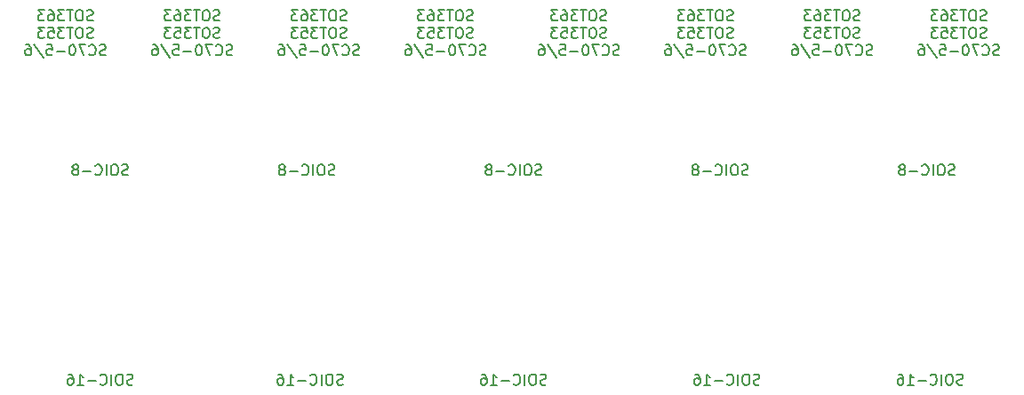
<source format=gbr>
G04 #@! TF.GenerationSoftware,KiCad,Pcbnew,(5.1.5)-3*
G04 #@! TF.CreationDate,2020-02-26T16:32:23+01:00*
G04 #@! TF.ProjectId,Testingboard,54657374-696e-4676-926f-6172642e6b69,rev?*
G04 #@! TF.SameCoordinates,Original*
G04 #@! TF.FileFunction,Legend,Bot*
G04 #@! TF.FilePolarity,Positive*
%FSLAX46Y46*%
G04 Gerber Fmt 4.6, Leading zero omitted, Abs format (unit mm)*
G04 Created by KiCad (PCBNEW (5.1.5)-3) date 2020-02-26 16:32:23*
%MOMM*%
%LPD*%
G04 APERTURE LIST*
%ADD10C,0.150000*%
G04 APERTURE END LIST*
D10*
X179966547Y-123912261D02*
X179823690Y-123959880D01*
X179585595Y-123959880D01*
X179490357Y-123912261D01*
X179442738Y-123864642D01*
X179395119Y-123769404D01*
X179395119Y-123674166D01*
X179442738Y-123578928D01*
X179490357Y-123531309D01*
X179585595Y-123483690D01*
X179776071Y-123436071D01*
X179871309Y-123388452D01*
X179918928Y-123340833D01*
X179966547Y-123245595D01*
X179966547Y-123150357D01*
X179918928Y-123055119D01*
X179871309Y-123007500D01*
X179776071Y-122959880D01*
X179537976Y-122959880D01*
X179395119Y-123007500D01*
X178776071Y-122959880D02*
X178585595Y-122959880D01*
X178490357Y-123007500D01*
X178395119Y-123102738D01*
X178347500Y-123293214D01*
X178347500Y-123626547D01*
X178395119Y-123817023D01*
X178490357Y-123912261D01*
X178585595Y-123959880D01*
X178776071Y-123959880D01*
X178871309Y-123912261D01*
X178966547Y-123817023D01*
X179014166Y-123626547D01*
X179014166Y-123293214D01*
X178966547Y-123102738D01*
X178871309Y-123007500D01*
X178776071Y-122959880D01*
X177918928Y-123959880D02*
X177918928Y-122959880D01*
X176871309Y-123864642D02*
X176918928Y-123912261D01*
X177061785Y-123959880D01*
X177157023Y-123959880D01*
X177299880Y-123912261D01*
X177395119Y-123817023D01*
X177442738Y-123721785D01*
X177490357Y-123531309D01*
X177490357Y-123388452D01*
X177442738Y-123197976D01*
X177395119Y-123102738D01*
X177299880Y-123007500D01*
X177157023Y-122959880D01*
X177061785Y-122959880D01*
X176918928Y-123007500D01*
X176871309Y-123055119D01*
X176442738Y-123578928D02*
X175680833Y-123578928D01*
X174680833Y-123959880D02*
X175252261Y-123959880D01*
X174966547Y-123959880D02*
X174966547Y-122959880D01*
X175061785Y-123102738D01*
X175157023Y-123197976D01*
X175252261Y-123245595D01*
X173823690Y-122959880D02*
X174014166Y-122959880D01*
X174109404Y-123007500D01*
X174157023Y-123055119D01*
X174252261Y-123197976D01*
X174299880Y-123388452D01*
X174299880Y-123769404D01*
X174252261Y-123864642D01*
X174204642Y-123912261D01*
X174109404Y-123959880D01*
X173918928Y-123959880D01*
X173823690Y-123912261D01*
X173776071Y-123864642D01*
X173728452Y-123769404D01*
X173728452Y-123531309D01*
X173776071Y-123436071D01*
X173823690Y-123388452D01*
X173918928Y-123340833D01*
X174109404Y-123340833D01*
X174204642Y-123388452D01*
X174252261Y-123436071D01*
X174299880Y-123531309D01*
X160599047Y-123912261D02*
X160456190Y-123959880D01*
X160218095Y-123959880D01*
X160122857Y-123912261D01*
X160075238Y-123864642D01*
X160027619Y-123769404D01*
X160027619Y-123674166D01*
X160075238Y-123578928D01*
X160122857Y-123531309D01*
X160218095Y-123483690D01*
X160408571Y-123436071D01*
X160503809Y-123388452D01*
X160551428Y-123340833D01*
X160599047Y-123245595D01*
X160599047Y-123150357D01*
X160551428Y-123055119D01*
X160503809Y-123007500D01*
X160408571Y-122959880D01*
X160170476Y-122959880D01*
X160027619Y-123007500D01*
X159408571Y-122959880D02*
X159218095Y-122959880D01*
X159122857Y-123007500D01*
X159027619Y-123102738D01*
X158980000Y-123293214D01*
X158980000Y-123626547D01*
X159027619Y-123817023D01*
X159122857Y-123912261D01*
X159218095Y-123959880D01*
X159408571Y-123959880D01*
X159503809Y-123912261D01*
X159599047Y-123817023D01*
X159646666Y-123626547D01*
X159646666Y-123293214D01*
X159599047Y-123102738D01*
X159503809Y-123007500D01*
X159408571Y-122959880D01*
X158551428Y-123959880D02*
X158551428Y-122959880D01*
X157503809Y-123864642D02*
X157551428Y-123912261D01*
X157694285Y-123959880D01*
X157789523Y-123959880D01*
X157932380Y-123912261D01*
X158027619Y-123817023D01*
X158075238Y-123721785D01*
X158122857Y-123531309D01*
X158122857Y-123388452D01*
X158075238Y-123197976D01*
X158027619Y-123102738D01*
X157932380Y-123007500D01*
X157789523Y-122959880D01*
X157694285Y-122959880D01*
X157551428Y-123007500D01*
X157503809Y-123055119D01*
X157075238Y-123578928D02*
X156313333Y-123578928D01*
X155313333Y-123959880D02*
X155884761Y-123959880D01*
X155599047Y-123959880D02*
X155599047Y-122959880D01*
X155694285Y-123102738D01*
X155789523Y-123197976D01*
X155884761Y-123245595D01*
X154456190Y-122959880D02*
X154646666Y-122959880D01*
X154741904Y-123007500D01*
X154789523Y-123055119D01*
X154884761Y-123197976D01*
X154932380Y-123388452D01*
X154932380Y-123769404D01*
X154884761Y-123864642D01*
X154837142Y-123912261D01*
X154741904Y-123959880D01*
X154551428Y-123959880D01*
X154456190Y-123912261D01*
X154408571Y-123864642D01*
X154360952Y-123769404D01*
X154360952Y-123531309D01*
X154408571Y-123436071D01*
X154456190Y-123388452D01*
X154551428Y-123340833D01*
X154741904Y-123340833D01*
X154837142Y-123388452D01*
X154884761Y-123436071D01*
X154932380Y-123531309D01*
X140279047Y-123912261D02*
X140136190Y-123959880D01*
X139898095Y-123959880D01*
X139802857Y-123912261D01*
X139755238Y-123864642D01*
X139707619Y-123769404D01*
X139707619Y-123674166D01*
X139755238Y-123578928D01*
X139802857Y-123531309D01*
X139898095Y-123483690D01*
X140088571Y-123436071D01*
X140183809Y-123388452D01*
X140231428Y-123340833D01*
X140279047Y-123245595D01*
X140279047Y-123150357D01*
X140231428Y-123055119D01*
X140183809Y-123007500D01*
X140088571Y-122959880D01*
X139850476Y-122959880D01*
X139707619Y-123007500D01*
X139088571Y-122959880D02*
X138898095Y-122959880D01*
X138802857Y-123007500D01*
X138707619Y-123102738D01*
X138660000Y-123293214D01*
X138660000Y-123626547D01*
X138707619Y-123817023D01*
X138802857Y-123912261D01*
X138898095Y-123959880D01*
X139088571Y-123959880D01*
X139183809Y-123912261D01*
X139279047Y-123817023D01*
X139326666Y-123626547D01*
X139326666Y-123293214D01*
X139279047Y-123102738D01*
X139183809Y-123007500D01*
X139088571Y-122959880D01*
X138231428Y-123959880D02*
X138231428Y-122959880D01*
X137183809Y-123864642D02*
X137231428Y-123912261D01*
X137374285Y-123959880D01*
X137469523Y-123959880D01*
X137612380Y-123912261D01*
X137707619Y-123817023D01*
X137755238Y-123721785D01*
X137802857Y-123531309D01*
X137802857Y-123388452D01*
X137755238Y-123197976D01*
X137707619Y-123102738D01*
X137612380Y-123007500D01*
X137469523Y-122959880D01*
X137374285Y-122959880D01*
X137231428Y-123007500D01*
X137183809Y-123055119D01*
X136755238Y-123578928D02*
X135993333Y-123578928D01*
X134993333Y-123959880D02*
X135564761Y-123959880D01*
X135279047Y-123959880D02*
X135279047Y-122959880D01*
X135374285Y-123102738D01*
X135469523Y-123197976D01*
X135564761Y-123245595D01*
X134136190Y-122959880D02*
X134326666Y-122959880D01*
X134421904Y-123007500D01*
X134469523Y-123055119D01*
X134564761Y-123197976D01*
X134612380Y-123388452D01*
X134612380Y-123769404D01*
X134564761Y-123864642D01*
X134517142Y-123912261D01*
X134421904Y-123959880D01*
X134231428Y-123959880D01*
X134136190Y-123912261D01*
X134088571Y-123864642D01*
X134040952Y-123769404D01*
X134040952Y-123531309D01*
X134088571Y-123436071D01*
X134136190Y-123388452D01*
X134231428Y-123340833D01*
X134421904Y-123340833D01*
X134517142Y-123388452D01*
X134564761Y-123436071D01*
X134612380Y-123531309D01*
X120911547Y-123912261D02*
X120768690Y-123959880D01*
X120530595Y-123959880D01*
X120435357Y-123912261D01*
X120387738Y-123864642D01*
X120340119Y-123769404D01*
X120340119Y-123674166D01*
X120387738Y-123578928D01*
X120435357Y-123531309D01*
X120530595Y-123483690D01*
X120721071Y-123436071D01*
X120816309Y-123388452D01*
X120863928Y-123340833D01*
X120911547Y-123245595D01*
X120911547Y-123150357D01*
X120863928Y-123055119D01*
X120816309Y-123007500D01*
X120721071Y-122959880D01*
X120482976Y-122959880D01*
X120340119Y-123007500D01*
X119721071Y-122959880D02*
X119530595Y-122959880D01*
X119435357Y-123007500D01*
X119340119Y-123102738D01*
X119292500Y-123293214D01*
X119292500Y-123626547D01*
X119340119Y-123817023D01*
X119435357Y-123912261D01*
X119530595Y-123959880D01*
X119721071Y-123959880D01*
X119816309Y-123912261D01*
X119911547Y-123817023D01*
X119959166Y-123626547D01*
X119959166Y-123293214D01*
X119911547Y-123102738D01*
X119816309Y-123007500D01*
X119721071Y-122959880D01*
X118863928Y-123959880D02*
X118863928Y-122959880D01*
X117816309Y-123864642D02*
X117863928Y-123912261D01*
X118006785Y-123959880D01*
X118102023Y-123959880D01*
X118244880Y-123912261D01*
X118340119Y-123817023D01*
X118387738Y-123721785D01*
X118435357Y-123531309D01*
X118435357Y-123388452D01*
X118387738Y-123197976D01*
X118340119Y-123102738D01*
X118244880Y-123007500D01*
X118102023Y-122959880D01*
X118006785Y-122959880D01*
X117863928Y-123007500D01*
X117816309Y-123055119D01*
X117387738Y-123578928D02*
X116625833Y-123578928D01*
X115625833Y-123959880D02*
X116197261Y-123959880D01*
X115911547Y-123959880D02*
X115911547Y-122959880D01*
X116006785Y-123102738D01*
X116102023Y-123197976D01*
X116197261Y-123245595D01*
X114768690Y-122959880D02*
X114959166Y-122959880D01*
X115054404Y-123007500D01*
X115102023Y-123055119D01*
X115197261Y-123197976D01*
X115244880Y-123388452D01*
X115244880Y-123769404D01*
X115197261Y-123864642D01*
X115149642Y-123912261D01*
X115054404Y-123959880D01*
X114863928Y-123959880D01*
X114768690Y-123912261D01*
X114721071Y-123864642D01*
X114673452Y-123769404D01*
X114673452Y-123531309D01*
X114721071Y-123436071D01*
X114768690Y-123388452D01*
X114863928Y-123340833D01*
X115054404Y-123340833D01*
X115149642Y-123388452D01*
X115197261Y-123436071D01*
X115244880Y-123531309D01*
X100909047Y-123912261D02*
X100766190Y-123959880D01*
X100528095Y-123959880D01*
X100432857Y-123912261D01*
X100385238Y-123864642D01*
X100337619Y-123769404D01*
X100337619Y-123674166D01*
X100385238Y-123578928D01*
X100432857Y-123531309D01*
X100528095Y-123483690D01*
X100718571Y-123436071D01*
X100813809Y-123388452D01*
X100861428Y-123340833D01*
X100909047Y-123245595D01*
X100909047Y-123150357D01*
X100861428Y-123055119D01*
X100813809Y-123007500D01*
X100718571Y-122959880D01*
X100480476Y-122959880D01*
X100337619Y-123007500D01*
X99718571Y-122959880D02*
X99528095Y-122959880D01*
X99432857Y-123007500D01*
X99337619Y-123102738D01*
X99290000Y-123293214D01*
X99290000Y-123626547D01*
X99337619Y-123817023D01*
X99432857Y-123912261D01*
X99528095Y-123959880D01*
X99718571Y-123959880D01*
X99813809Y-123912261D01*
X99909047Y-123817023D01*
X99956666Y-123626547D01*
X99956666Y-123293214D01*
X99909047Y-123102738D01*
X99813809Y-123007500D01*
X99718571Y-122959880D01*
X98861428Y-123959880D02*
X98861428Y-122959880D01*
X97813809Y-123864642D02*
X97861428Y-123912261D01*
X98004285Y-123959880D01*
X98099523Y-123959880D01*
X98242380Y-123912261D01*
X98337619Y-123817023D01*
X98385238Y-123721785D01*
X98432857Y-123531309D01*
X98432857Y-123388452D01*
X98385238Y-123197976D01*
X98337619Y-123102738D01*
X98242380Y-123007500D01*
X98099523Y-122959880D01*
X98004285Y-122959880D01*
X97861428Y-123007500D01*
X97813809Y-123055119D01*
X97385238Y-123578928D02*
X96623333Y-123578928D01*
X95623333Y-123959880D02*
X96194761Y-123959880D01*
X95909047Y-123959880D02*
X95909047Y-122959880D01*
X96004285Y-123102738D01*
X96099523Y-123197976D01*
X96194761Y-123245595D01*
X94766190Y-122959880D02*
X94956666Y-122959880D01*
X95051904Y-123007500D01*
X95099523Y-123055119D01*
X95194761Y-123197976D01*
X95242380Y-123388452D01*
X95242380Y-123769404D01*
X95194761Y-123864642D01*
X95147142Y-123912261D01*
X95051904Y-123959880D01*
X94861428Y-123959880D01*
X94766190Y-123912261D01*
X94718571Y-123864642D01*
X94670952Y-123769404D01*
X94670952Y-123531309D01*
X94718571Y-123436071D01*
X94766190Y-123388452D01*
X94861428Y-123340833D01*
X95051904Y-123340833D01*
X95147142Y-123388452D01*
X95194761Y-123436071D01*
X95242380Y-123531309D01*
X179172857Y-103909761D02*
X179030000Y-103957380D01*
X178791904Y-103957380D01*
X178696666Y-103909761D01*
X178649047Y-103862142D01*
X178601428Y-103766904D01*
X178601428Y-103671666D01*
X178649047Y-103576428D01*
X178696666Y-103528809D01*
X178791904Y-103481190D01*
X178982380Y-103433571D01*
X179077619Y-103385952D01*
X179125238Y-103338333D01*
X179172857Y-103243095D01*
X179172857Y-103147857D01*
X179125238Y-103052619D01*
X179077619Y-103005000D01*
X178982380Y-102957380D01*
X178744285Y-102957380D01*
X178601428Y-103005000D01*
X177982380Y-102957380D02*
X177791904Y-102957380D01*
X177696666Y-103005000D01*
X177601428Y-103100238D01*
X177553809Y-103290714D01*
X177553809Y-103624047D01*
X177601428Y-103814523D01*
X177696666Y-103909761D01*
X177791904Y-103957380D01*
X177982380Y-103957380D01*
X178077619Y-103909761D01*
X178172857Y-103814523D01*
X178220476Y-103624047D01*
X178220476Y-103290714D01*
X178172857Y-103100238D01*
X178077619Y-103005000D01*
X177982380Y-102957380D01*
X177125238Y-103957380D02*
X177125238Y-102957380D01*
X176077619Y-103862142D02*
X176125238Y-103909761D01*
X176268095Y-103957380D01*
X176363333Y-103957380D01*
X176506190Y-103909761D01*
X176601428Y-103814523D01*
X176649047Y-103719285D01*
X176696666Y-103528809D01*
X176696666Y-103385952D01*
X176649047Y-103195476D01*
X176601428Y-103100238D01*
X176506190Y-103005000D01*
X176363333Y-102957380D01*
X176268095Y-102957380D01*
X176125238Y-103005000D01*
X176077619Y-103052619D01*
X175649047Y-103576428D02*
X174887142Y-103576428D01*
X174268095Y-103385952D02*
X174363333Y-103338333D01*
X174410952Y-103290714D01*
X174458571Y-103195476D01*
X174458571Y-103147857D01*
X174410952Y-103052619D01*
X174363333Y-103005000D01*
X174268095Y-102957380D01*
X174077619Y-102957380D01*
X173982380Y-103005000D01*
X173934761Y-103052619D01*
X173887142Y-103147857D01*
X173887142Y-103195476D01*
X173934761Y-103290714D01*
X173982380Y-103338333D01*
X174077619Y-103385952D01*
X174268095Y-103385952D01*
X174363333Y-103433571D01*
X174410952Y-103481190D01*
X174458571Y-103576428D01*
X174458571Y-103766904D01*
X174410952Y-103862142D01*
X174363333Y-103909761D01*
X174268095Y-103957380D01*
X174077619Y-103957380D01*
X173982380Y-103909761D01*
X173934761Y-103862142D01*
X173887142Y-103766904D01*
X173887142Y-103576428D01*
X173934761Y-103481190D01*
X173982380Y-103433571D01*
X174077619Y-103385952D01*
X159487857Y-103909761D02*
X159345000Y-103957380D01*
X159106904Y-103957380D01*
X159011666Y-103909761D01*
X158964047Y-103862142D01*
X158916428Y-103766904D01*
X158916428Y-103671666D01*
X158964047Y-103576428D01*
X159011666Y-103528809D01*
X159106904Y-103481190D01*
X159297380Y-103433571D01*
X159392619Y-103385952D01*
X159440238Y-103338333D01*
X159487857Y-103243095D01*
X159487857Y-103147857D01*
X159440238Y-103052619D01*
X159392619Y-103005000D01*
X159297380Y-102957380D01*
X159059285Y-102957380D01*
X158916428Y-103005000D01*
X158297380Y-102957380D02*
X158106904Y-102957380D01*
X158011666Y-103005000D01*
X157916428Y-103100238D01*
X157868809Y-103290714D01*
X157868809Y-103624047D01*
X157916428Y-103814523D01*
X158011666Y-103909761D01*
X158106904Y-103957380D01*
X158297380Y-103957380D01*
X158392619Y-103909761D01*
X158487857Y-103814523D01*
X158535476Y-103624047D01*
X158535476Y-103290714D01*
X158487857Y-103100238D01*
X158392619Y-103005000D01*
X158297380Y-102957380D01*
X157440238Y-103957380D02*
X157440238Y-102957380D01*
X156392619Y-103862142D02*
X156440238Y-103909761D01*
X156583095Y-103957380D01*
X156678333Y-103957380D01*
X156821190Y-103909761D01*
X156916428Y-103814523D01*
X156964047Y-103719285D01*
X157011666Y-103528809D01*
X157011666Y-103385952D01*
X156964047Y-103195476D01*
X156916428Y-103100238D01*
X156821190Y-103005000D01*
X156678333Y-102957380D01*
X156583095Y-102957380D01*
X156440238Y-103005000D01*
X156392619Y-103052619D01*
X155964047Y-103576428D02*
X155202142Y-103576428D01*
X154583095Y-103385952D02*
X154678333Y-103338333D01*
X154725952Y-103290714D01*
X154773571Y-103195476D01*
X154773571Y-103147857D01*
X154725952Y-103052619D01*
X154678333Y-103005000D01*
X154583095Y-102957380D01*
X154392619Y-102957380D01*
X154297380Y-103005000D01*
X154249761Y-103052619D01*
X154202142Y-103147857D01*
X154202142Y-103195476D01*
X154249761Y-103290714D01*
X154297380Y-103338333D01*
X154392619Y-103385952D01*
X154583095Y-103385952D01*
X154678333Y-103433571D01*
X154725952Y-103481190D01*
X154773571Y-103576428D01*
X154773571Y-103766904D01*
X154725952Y-103862142D01*
X154678333Y-103909761D01*
X154583095Y-103957380D01*
X154392619Y-103957380D01*
X154297380Y-103909761D01*
X154249761Y-103862142D01*
X154202142Y-103766904D01*
X154202142Y-103576428D01*
X154249761Y-103481190D01*
X154297380Y-103433571D01*
X154392619Y-103385952D01*
X139802857Y-103909761D02*
X139660000Y-103957380D01*
X139421904Y-103957380D01*
X139326666Y-103909761D01*
X139279047Y-103862142D01*
X139231428Y-103766904D01*
X139231428Y-103671666D01*
X139279047Y-103576428D01*
X139326666Y-103528809D01*
X139421904Y-103481190D01*
X139612380Y-103433571D01*
X139707619Y-103385952D01*
X139755238Y-103338333D01*
X139802857Y-103243095D01*
X139802857Y-103147857D01*
X139755238Y-103052619D01*
X139707619Y-103005000D01*
X139612380Y-102957380D01*
X139374285Y-102957380D01*
X139231428Y-103005000D01*
X138612380Y-102957380D02*
X138421904Y-102957380D01*
X138326666Y-103005000D01*
X138231428Y-103100238D01*
X138183809Y-103290714D01*
X138183809Y-103624047D01*
X138231428Y-103814523D01*
X138326666Y-103909761D01*
X138421904Y-103957380D01*
X138612380Y-103957380D01*
X138707619Y-103909761D01*
X138802857Y-103814523D01*
X138850476Y-103624047D01*
X138850476Y-103290714D01*
X138802857Y-103100238D01*
X138707619Y-103005000D01*
X138612380Y-102957380D01*
X137755238Y-103957380D02*
X137755238Y-102957380D01*
X136707619Y-103862142D02*
X136755238Y-103909761D01*
X136898095Y-103957380D01*
X136993333Y-103957380D01*
X137136190Y-103909761D01*
X137231428Y-103814523D01*
X137279047Y-103719285D01*
X137326666Y-103528809D01*
X137326666Y-103385952D01*
X137279047Y-103195476D01*
X137231428Y-103100238D01*
X137136190Y-103005000D01*
X136993333Y-102957380D01*
X136898095Y-102957380D01*
X136755238Y-103005000D01*
X136707619Y-103052619D01*
X136279047Y-103576428D02*
X135517142Y-103576428D01*
X134898095Y-103385952D02*
X134993333Y-103338333D01*
X135040952Y-103290714D01*
X135088571Y-103195476D01*
X135088571Y-103147857D01*
X135040952Y-103052619D01*
X134993333Y-103005000D01*
X134898095Y-102957380D01*
X134707619Y-102957380D01*
X134612380Y-103005000D01*
X134564761Y-103052619D01*
X134517142Y-103147857D01*
X134517142Y-103195476D01*
X134564761Y-103290714D01*
X134612380Y-103338333D01*
X134707619Y-103385952D01*
X134898095Y-103385952D01*
X134993333Y-103433571D01*
X135040952Y-103481190D01*
X135088571Y-103576428D01*
X135088571Y-103766904D01*
X135040952Y-103862142D01*
X134993333Y-103909761D01*
X134898095Y-103957380D01*
X134707619Y-103957380D01*
X134612380Y-103909761D01*
X134564761Y-103862142D01*
X134517142Y-103766904D01*
X134517142Y-103576428D01*
X134564761Y-103481190D01*
X134612380Y-103433571D01*
X134707619Y-103385952D01*
X120117857Y-103909761D02*
X119975000Y-103957380D01*
X119736904Y-103957380D01*
X119641666Y-103909761D01*
X119594047Y-103862142D01*
X119546428Y-103766904D01*
X119546428Y-103671666D01*
X119594047Y-103576428D01*
X119641666Y-103528809D01*
X119736904Y-103481190D01*
X119927380Y-103433571D01*
X120022619Y-103385952D01*
X120070238Y-103338333D01*
X120117857Y-103243095D01*
X120117857Y-103147857D01*
X120070238Y-103052619D01*
X120022619Y-103005000D01*
X119927380Y-102957380D01*
X119689285Y-102957380D01*
X119546428Y-103005000D01*
X118927380Y-102957380D02*
X118736904Y-102957380D01*
X118641666Y-103005000D01*
X118546428Y-103100238D01*
X118498809Y-103290714D01*
X118498809Y-103624047D01*
X118546428Y-103814523D01*
X118641666Y-103909761D01*
X118736904Y-103957380D01*
X118927380Y-103957380D01*
X119022619Y-103909761D01*
X119117857Y-103814523D01*
X119165476Y-103624047D01*
X119165476Y-103290714D01*
X119117857Y-103100238D01*
X119022619Y-103005000D01*
X118927380Y-102957380D01*
X118070238Y-103957380D02*
X118070238Y-102957380D01*
X117022619Y-103862142D02*
X117070238Y-103909761D01*
X117213095Y-103957380D01*
X117308333Y-103957380D01*
X117451190Y-103909761D01*
X117546428Y-103814523D01*
X117594047Y-103719285D01*
X117641666Y-103528809D01*
X117641666Y-103385952D01*
X117594047Y-103195476D01*
X117546428Y-103100238D01*
X117451190Y-103005000D01*
X117308333Y-102957380D01*
X117213095Y-102957380D01*
X117070238Y-103005000D01*
X117022619Y-103052619D01*
X116594047Y-103576428D02*
X115832142Y-103576428D01*
X115213095Y-103385952D02*
X115308333Y-103338333D01*
X115355952Y-103290714D01*
X115403571Y-103195476D01*
X115403571Y-103147857D01*
X115355952Y-103052619D01*
X115308333Y-103005000D01*
X115213095Y-102957380D01*
X115022619Y-102957380D01*
X114927380Y-103005000D01*
X114879761Y-103052619D01*
X114832142Y-103147857D01*
X114832142Y-103195476D01*
X114879761Y-103290714D01*
X114927380Y-103338333D01*
X115022619Y-103385952D01*
X115213095Y-103385952D01*
X115308333Y-103433571D01*
X115355952Y-103481190D01*
X115403571Y-103576428D01*
X115403571Y-103766904D01*
X115355952Y-103862142D01*
X115308333Y-103909761D01*
X115213095Y-103957380D01*
X115022619Y-103957380D01*
X114927380Y-103909761D01*
X114879761Y-103862142D01*
X114832142Y-103766904D01*
X114832142Y-103576428D01*
X114879761Y-103481190D01*
X114927380Y-103433571D01*
X115022619Y-103385952D01*
X100432857Y-103909761D02*
X100290000Y-103957380D01*
X100051904Y-103957380D01*
X99956666Y-103909761D01*
X99909047Y-103862142D01*
X99861428Y-103766904D01*
X99861428Y-103671666D01*
X99909047Y-103576428D01*
X99956666Y-103528809D01*
X100051904Y-103481190D01*
X100242380Y-103433571D01*
X100337619Y-103385952D01*
X100385238Y-103338333D01*
X100432857Y-103243095D01*
X100432857Y-103147857D01*
X100385238Y-103052619D01*
X100337619Y-103005000D01*
X100242380Y-102957380D01*
X100004285Y-102957380D01*
X99861428Y-103005000D01*
X99242380Y-102957380D02*
X99051904Y-102957380D01*
X98956666Y-103005000D01*
X98861428Y-103100238D01*
X98813809Y-103290714D01*
X98813809Y-103624047D01*
X98861428Y-103814523D01*
X98956666Y-103909761D01*
X99051904Y-103957380D01*
X99242380Y-103957380D01*
X99337619Y-103909761D01*
X99432857Y-103814523D01*
X99480476Y-103624047D01*
X99480476Y-103290714D01*
X99432857Y-103100238D01*
X99337619Y-103005000D01*
X99242380Y-102957380D01*
X98385238Y-103957380D02*
X98385238Y-102957380D01*
X97337619Y-103862142D02*
X97385238Y-103909761D01*
X97528095Y-103957380D01*
X97623333Y-103957380D01*
X97766190Y-103909761D01*
X97861428Y-103814523D01*
X97909047Y-103719285D01*
X97956666Y-103528809D01*
X97956666Y-103385952D01*
X97909047Y-103195476D01*
X97861428Y-103100238D01*
X97766190Y-103005000D01*
X97623333Y-102957380D01*
X97528095Y-102957380D01*
X97385238Y-103005000D01*
X97337619Y-103052619D01*
X96909047Y-103576428D02*
X96147142Y-103576428D01*
X95528095Y-103385952D02*
X95623333Y-103338333D01*
X95670952Y-103290714D01*
X95718571Y-103195476D01*
X95718571Y-103147857D01*
X95670952Y-103052619D01*
X95623333Y-103005000D01*
X95528095Y-102957380D01*
X95337619Y-102957380D01*
X95242380Y-103005000D01*
X95194761Y-103052619D01*
X95147142Y-103147857D01*
X95147142Y-103195476D01*
X95194761Y-103290714D01*
X95242380Y-103338333D01*
X95337619Y-103385952D01*
X95528095Y-103385952D01*
X95623333Y-103433571D01*
X95670952Y-103481190D01*
X95718571Y-103576428D01*
X95718571Y-103766904D01*
X95670952Y-103862142D01*
X95623333Y-103909761D01*
X95528095Y-103957380D01*
X95337619Y-103957380D01*
X95242380Y-103909761D01*
X95194761Y-103862142D01*
X95147142Y-103766904D01*
X95147142Y-103576428D01*
X95194761Y-103481190D01*
X95242380Y-103433571D01*
X95337619Y-103385952D01*
X182197047Y-89178761D02*
X182054190Y-89226380D01*
X181816095Y-89226380D01*
X181720857Y-89178761D01*
X181673238Y-89131142D01*
X181625619Y-89035904D01*
X181625619Y-88940666D01*
X181673238Y-88845428D01*
X181720857Y-88797809D01*
X181816095Y-88750190D01*
X182006571Y-88702571D01*
X182101809Y-88654952D01*
X182149428Y-88607333D01*
X182197047Y-88512095D01*
X182197047Y-88416857D01*
X182149428Y-88321619D01*
X182101809Y-88274000D01*
X182006571Y-88226380D01*
X181768476Y-88226380D01*
X181625619Y-88274000D01*
X181006571Y-88226380D02*
X180816095Y-88226380D01*
X180720857Y-88274000D01*
X180625619Y-88369238D01*
X180578000Y-88559714D01*
X180578000Y-88893047D01*
X180625619Y-89083523D01*
X180720857Y-89178761D01*
X180816095Y-89226380D01*
X181006571Y-89226380D01*
X181101809Y-89178761D01*
X181197047Y-89083523D01*
X181244666Y-88893047D01*
X181244666Y-88559714D01*
X181197047Y-88369238D01*
X181101809Y-88274000D01*
X181006571Y-88226380D01*
X180292285Y-88226380D02*
X179720857Y-88226380D01*
X180006571Y-89226380D02*
X180006571Y-88226380D01*
X179482761Y-88226380D02*
X178863714Y-88226380D01*
X179197047Y-88607333D01*
X179054190Y-88607333D01*
X178958952Y-88654952D01*
X178911333Y-88702571D01*
X178863714Y-88797809D01*
X178863714Y-89035904D01*
X178911333Y-89131142D01*
X178958952Y-89178761D01*
X179054190Y-89226380D01*
X179339904Y-89226380D01*
X179435142Y-89178761D01*
X179482761Y-89131142D01*
X178006571Y-88226380D02*
X178197047Y-88226380D01*
X178292285Y-88274000D01*
X178339904Y-88321619D01*
X178435142Y-88464476D01*
X178482761Y-88654952D01*
X178482761Y-89035904D01*
X178435142Y-89131142D01*
X178387523Y-89178761D01*
X178292285Y-89226380D01*
X178101809Y-89226380D01*
X178006571Y-89178761D01*
X177958952Y-89131142D01*
X177911333Y-89035904D01*
X177911333Y-88797809D01*
X177958952Y-88702571D01*
X178006571Y-88654952D01*
X178101809Y-88607333D01*
X178292285Y-88607333D01*
X178387523Y-88654952D01*
X178435142Y-88702571D01*
X178482761Y-88797809D01*
X177578000Y-88226380D02*
X176958952Y-88226380D01*
X177292285Y-88607333D01*
X177149428Y-88607333D01*
X177054190Y-88654952D01*
X177006571Y-88702571D01*
X176958952Y-88797809D01*
X176958952Y-89035904D01*
X177006571Y-89131142D01*
X177054190Y-89178761D01*
X177149428Y-89226380D01*
X177435142Y-89226380D01*
X177530380Y-89178761D01*
X177578000Y-89131142D01*
X182197047Y-90828761D02*
X182054190Y-90876380D01*
X181816095Y-90876380D01*
X181720857Y-90828761D01*
X181673238Y-90781142D01*
X181625619Y-90685904D01*
X181625619Y-90590666D01*
X181673238Y-90495428D01*
X181720857Y-90447809D01*
X181816095Y-90400190D01*
X182006571Y-90352571D01*
X182101809Y-90304952D01*
X182149428Y-90257333D01*
X182197047Y-90162095D01*
X182197047Y-90066857D01*
X182149428Y-89971619D01*
X182101809Y-89924000D01*
X182006571Y-89876380D01*
X181768476Y-89876380D01*
X181625619Y-89924000D01*
X181006571Y-89876380D02*
X180816095Y-89876380D01*
X180720857Y-89924000D01*
X180625619Y-90019238D01*
X180578000Y-90209714D01*
X180578000Y-90543047D01*
X180625619Y-90733523D01*
X180720857Y-90828761D01*
X180816095Y-90876380D01*
X181006571Y-90876380D01*
X181101809Y-90828761D01*
X181197047Y-90733523D01*
X181244666Y-90543047D01*
X181244666Y-90209714D01*
X181197047Y-90019238D01*
X181101809Y-89924000D01*
X181006571Y-89876380D01*
X180292285Y-89876380D02*
X179720857Y-89876380D01*
X180006571Y-90876380D02*
X180006571Y-89876380D01*
X179482761Y-89876380D02*
X178863714Y-89876380D01*
X179197047Y-90257333D01*
X179054190Y-90257333D01*
X178958952Y-90304952D01*
X178911333Y-90352571D01*
X178863714Y-90447809D01*
X178863714Y-90685904D01*
X178911333Y-90781142D01*
X178958952Y-90828761D01*
X179054190Y-90876380D01*
X179339904Y-90876380D01*
X179435142Y-90828761D01*
X179482761Y-90781142D01*
X177958952Y-89876380D02*
X178435142Y-89876380D01*
X178482761Y-90352571D01*
X178435142Y-90304952D01*
X178339904Y-90257333D01*
X178101809Y-90257333D01*
X178006571Y-90304952D01*
X177958952Y-90352571D01*
X177911333Y-90447809D01*
X177911333Y-90685904D01*
X177958952Y-90781142D01*
X178006571Y-90828761D01*
X178101809Y-90876380D01*
X178339904Y-90876380D01*
X178435142Y-90828761D01*
X178482761Y-90781142D01*
X177578000Y-89876380D02*
X176958952Y-89876380D01*
X177292285Y-90257333D01*
X177149428Y-90257333D01*
X177054190Y-90304952D01*
X177006571Y-90352571D01*
X176958952Y-90447809D01*
X176958952Y-90685904D01*
X177006571Y-90781142D01*
X177054190Y-90828761D01*
X177149428Y-90876380D01*
X177435142Y-90876380D01*
X177530380Y-90828761D01*
X177578000Y-90781142D01*
X183411333Y-92478761D02*
X183268476Y-92526380D01*
X183030380Y-92526380D01*
X182935142Y-92478761D01*
X182887523Y-92431142D01*
X182839904Y-92335904D01*
X182839904Y-92240666D01*
X182887523Y-92145428D01*
X182935142Y-92097809D01*
X183030380Y-92050190D01*
X183220857Y-92002571D01*
X183316095Y-91954952D01*
X183363714Y-91907333D01*
X183411333Y-91812095D01*
X183411333Y-91716857D01*
X183363714Y-91621619D01*
X183316095Y-91574000D01*
X183220857Y-91526380D01*
X182982761Y-91526380D01*
X182839904Y-91574000D01*
X181839904Y-92431142D02*
X181887523Y-92478761D01*
X182030380Y-92526380D01*
X182125619Y-92526380D01*
X182268476Y-92478761D01*
X182363714Y-92383523D01*
X182411333Y-92288285D01*
X182458952Y-92097809D01*
X182458952Y-91954952D01*
X182411333Y-91764476D01*
X182363714Y-91669238D01*
X182268476Y-91574000D01*
X182125619Y-91526380D01*
X182030380Y-91526380D01*
X181887523Y-91574000D01*
X181839904Y-91621619D01*
X181506571Y-91526380D02*
X180839904Y-91526380D01*
X181268476Y-92526380D01*
X180268476Y-91526380D02*
X180173238Y-91526380D01*
X180078000Y-91574000D01*
X180030380Y-91621619D01*
X179982761Y-91716857D01*
X179935142Y-91907333D01*
X179935142Y-92145428D01*
X179982761Y-92335904D01*
X180030380Y-92431142D01*
X180078000Y-92478761D01*
X180173238Y-92526380D01*
X180268476Y-92526380D01*
X180363714Y-92478761D01*
X180411333Y-92431142D01*
X180458952Y-92335904D01*
X180506571Y-92145428D01*
X180506571Y-91907333D01*
X180458952Y-91716857D01*
X180411333Y-91621619D01*
X180363714Y-91574000D01*
X180268476Y-91526380D01*
X179506571Y-92145428D02*
X178744666Y-92145428D01*
X177792285Y-91526380D02*
X178268476Y-91526380D01*
X178316095Y-92002571D01*
X178268476Y-91954952D01*
X178173238Y-91907333D01*
X177935142Y-91907333D01*
X177839904Y-91954952D01*
X177792285Y-92002571D01*
X177744666Y-92097809D01*
X177744666Y-92335904D01*
X177792285Y-92431142D01*
X177839904Y-92478761D01*
X177935142Y-92526380D01*
X178173238Y-92526380D01*
X178268476Y-92478761D01*
X178316095Y-92431142D01*
X176601809Y-91478761D02*
X177458952Y-92764476D01*
X175839904Y-91526380D02*
X176030380Y-91526380D01*
X176125619Y-91574000D01*
X176173238Y-91621619D01*
X176268476Y-91764476D01*
X176316095Y-91954952D01*
X176316095Y-92335904D01*
X176268476Y-92431142D01*
X176220857Y-92478761D01*
X176125619Y-92526380D01*
X175935142Y-92526380D01*
X175839904Y-92478761D01*
X175792285Y-92431142D01*
X175744666Y-92335904D01*
X175744666Y-92097809D01*
X175792285Y-92002571D01*
X175839904Y-91954952D01*
X175935142Y-91907333D01*
X176125619Y-91907333D01*
X176220857Y-91954952D01*
X176268476Y-92002571D01*
X176316095Y-92097809D01*
X170132047Y-89178761D02*
X169989190Y-89226380D01*
X169751095Y-89226380D01*
X169655857Y-89178761D01*
X169608238Y-89131142D01*
X169560619Y-89035904D01*
X169560619Y-88940666D01*
X169608238Y-88845428D01*
X169655857Y-88797809D01*
X169751095Y-88750190D01*
X169941571Y-88702571D01*
X170036809Y-88654952D01*
X170084428Y-88607333D01*
X170132047Y-88512095D01*
X170132047Y-88416857D01*
X170084428Y-88321619D01*
X170036809Y-88274000D01*
X169941571Y-88226380D01*
X169703476Y-88226380D01*
X169560619Y-88274000D01*
X168941571Y-88226380D02*
X168751095Y-88226380D01*
X168655857Y-88274000D01*
X168560619Y-88369238D01*
X168513000Y-88559714D01*
X168513000Y-88893047D01*
X168560619Y-89083523D01*
X168655857Y-89178761D01*
X168751095Y-89226380D01*
X168941571Y-89226380D01*
X169036809Y-89178761D01*
X169132047Y-89083523D01*
X169179666Y-88893047D01*
X169179666Y-88559714D01*
X169132047Y-88369238D01*
X169036809Y-88274000D01*
X168941571Y-88226380D01*
X168227285Y-88226380D02*
X167655857Y-88226380D01*
X167941571Y-89226380D02*
X167941571Y-88226380D01*
X167417761Y-88226380D02*
X166798714Y-88226380D01*
X167132047Y-88607333D01*
X166989190Y-88607333D01*
X166893952Y-88654952D01*
X166846333Y-88702571D01*
X166798714Y-88797809D01*
X166798714Y-89035904D01*
X166846333Y-89131142D01*
X166893952Y-89178761D01*
X166989190Y-89226380D01*
X167274904Y-89226380D01*
X167370142Y-89178761D01*
X167417761Y-89131142D01*
X165941571Y-88226380D02*
X166132047Y-88226380D01*
X166227285Y-88274000D01*
X166274904Y-88321619D01*
X166370142Y-88464476D01*
X166417761Y-88654952D01*
X166417761Y-89035904D01*
X166370142Y-89131142D01*
X166322523Y-89178761D01*
X166227285Y-89226380D01*
X166036809Y-89226380D01*
X165941571Y-89178761D01*
X165893952Y-89131142D01*
X165846333Y-89035904D01*
X165846333Y-88797809D01*
X165893952Y-88702571D01*
X165941571Y-88654952D01*
X166036809Y-88607333D01*
X166227285Y-88607333D01*
X166322523Y-88654952D01*
X166370142Y-88702571D01*
X166417761Y-88797809D01*
X165513000Y-88226380D02*
X164893952Y-88226380D01*
X165227285Y-88607333D01*
X165084428Y-88607333D01*
X164989190Y-88654952D01*
X164941571Y-88702571D01*
X164893952Y-88797809D01*
X164893952Y-89035904D01*
X164941571Y-89131142D01*
X164989190Y-89178761D01*
X165084428Y-89226380D01*
X165370142Y-89226380D01*
X165465380Y-89178761D01*
X165513000Y-89131142D01*
X170132047Y-90828761D02*
X169989190Y-90876380D01*
X169751095Y-90876380D01*
X169655857Y-90828761D01*
X169608238Y-90781142D01*
X169560619Y-90685904D01*
X169560619Y-90590666D01*
X169608238Y-90495428D01*
X169655857Y-90447809D01*
X169751095Y-90400190D01*
X169941571Y-90352571D01*
X170036809Y-90304952D01*
X170084428Y-90257333D01*
X170132047Y-90162095D01*
X170132047Y-90066857D01*
X170084428Y-89971619D01*
X170036809Y-89924000D01*
X169941571Y-89876380D01*
X169703476Y-89876380D01*
X169560619Y-89924000D01*
X168941571Y-89876380D02*
X168751095Y-89876380D01*
X168655857Y-89924000D01*
X168560619Y-90019238D01*
X168513000Y-90209714D01*
X168513000Y-90543047D01*
X168560619Y-90733523D01*
X168655857Y-90828761D01*
X168751095Y-90876380D01*
X168941571Y-90876380D01*
X169036809Y-90828761D01*
X169132047Y-90733523D01*
X169179666Y-90543047D01*
X169179666Y-90209714D01*
X169132047Y-90019238D01*
X169036809Y-89924000D01*
X168941571Y-89876380D01*
X168227285Y-89876380D02*
X167655857Y-89876380D01*
X167941571Y-90876380D02*
X167941571Y-89876380D01*
X167417761Y-89876380D02*
X166798714Y-89876380D01*
X167132047Y-90257333D01*
X166989190Y-90257333D01*
X166893952Y-90304952D01*
X166846333Y-90352571D01*
X166798714Y-90447809D01*
X166798714Y-90685904D01*
X166846333Y-90781142D01*
X166893952Y-90828761D01*
X166989190Y-90876380D01*
X167274904Y-90876380D01*
X167370142Y-90828761D01*
X167417761Y-90781142D01*
X165893952Y-89876380D02*
X166370142Y-89876380D01*
X166417761Y-90352571D01*
X166370142Y-90304952D01*
X166274904Y-90257333D01*
X166036809Y-90257333D01*
X165941571Y-90304952D01*
X165893952Y-90352571D01*
X165846333Y-90447809D01*
X165846333Y-90685904D01*
X165893952Y-90781142D01*
X165941571Y-90828761D01*
X166036809Y-90876380D01*
X166274904Y-90876380D01*
X166370142Y-90828761D01*
X166417761Y-90781142D01*
X165513000Y-89876380D02*
X164893952Y-89876380D01*
X165227285Y-90257333D01*
X165084428Y-90257333D01*
X164989190Y-90304952D01*
X164941571Y-90352571D01*
X164893952Y-90447809D01*
X164893952Y-90685904D01*
X164941571Y-90781142D01*
X164989190Y-90828761D01*
X165084428Y-90876380D01*
X165370142Y-90876380D01*
X165465380Y-90828761D01*
X165513000Y-90781142D01*
X171346333Y-92478761D02*
X171203476Y-92526380D01*
X170965380Y-92526380D01*
X170870142Y-92478761D01*
X170822523Y-92431142D01*
X170774904Y-92335904D01*
X170774904Y-92240666D01*
X170822523Y-92145428D01*
X170870142Y-92097809D01*
X170965380Y-92050190D01*
X171155857Y-92002571D01*
X171251095Y-91954952D01*
X171298714Y-91907333D01*
X171346333Y-91812095D01*
X171346333Y-91716857D01*
X171298714Y-91621619D01*
X171251095Y-91574000D01*
X171155857Y-91526380D01*
X170917761Y-91526380D01*
X170774904Y-91574000D01*
X169774904Y-92431142D02*
X169822523Y-92478761D01*
X169965380Y-92526380D01*
X170060619Y-92526380D01*
X170203476Y-92478761D01*
X170298714Y-92383523D01*
X170346333Y-92288285D01*
X170393952Y-92097809D01*
X170393952Y-91954952D01*
X170346333Y-91764476D01*
X170298714Y-91669238D01*
X170203476Y-91574000D01*
X170060619Y-91526380D01*
X169965380Y-91526380D01*
X169822523Y-91574000D01*
X169774904Y-91621619D01*
X169441571Y-91526380D02*
X168774904Y-91526380D01*
X169203476Y-92526380D01*
X168203476Y-91526380D02*
X168108238Y-91526380D01*
X168013000Y-91574000D01*
X167965380Y-91621619D01*
X167917761Y-91716857D01*
X167870142Y-91907333D01*
X167870142Y-92145428D01*
X167917761Y-92335904D01*
X167965380Y-92431142D01*
X168013000Y-92478761D01*
X168108238Y-92526380D01*
X168203476Y-92526380D01*
X168298714Y-92478761D01*
X168346333Y-92431142D01*
X168393952Y-92335904D01*
X168441571Y-92145428D01*
X168441571Y-91907333D01*
X168393952Y-91716857D01*
X168346333Y-91621619D01*
X168298714Y-91574000D01*
X168203476Y-91526380D01*
X167441571Y-92145428D02*
X166679666Y-92145428D01*
X165727285Y-91526380D02*
X166203476Y-91526380D01*
X166251095Y-92002571D01*
X166203476Y-91954952D01*
X166108238Y-91907333D01*
X165870142Y-91907333D01*
X165774904Y-91954952D01*
X165727285Y-92002571D01*
X165679666Y-92097809D01*
X165679666Y-92335904D01*
X165727285Y-92431142D01*
X165774904Y-92478761D01*
X165870142Y-92526380D01*
X166108238Y-92526380D01*
X166203476Y-92478761D01*
X166251095Y-92431142D01*
X164536809Y-91478761D02*
X165393952Y-92764476D01*
X163774904Y-91526380D02*
X163965380Y-91526380D01*
X164060619Y-91574000D01*
X164108238Y-91621619D01*
X164203476Y-91764476D01*
X164251095Y-91954952D01*
X164251095Y-92335904D01*
X164203476Y-92431142D01*
X164155857Y-92478761D01*
X164060619Y-92526380D01*
X163870142Y-92526380D01*
X163774904Y-92478761D01*
X163727285Y-92431142D01*
X163679666Y-92335904D01*
X163679666Y-92097809D01*
X163727285Y-92002571D01*
X163774904Y-91954952D01*
X163870142Y-91907333D01*
X164060619Y-91907333D01*
X164155857Y-91954952D01*
X164203476Y-92002571D01*
X164251095Y-92097809D01*
X158067047Y-89178761D02*
X157924190Y-89226380D01*
X157686095Y-89226380D01*
X157590857Y-89178761D01*
X157543238Y-89131142D01*
X157495619Y-89035904D01*
X157495619Y-88940666D01*
X157543238Y-88845428D01*
X157590857Y-88797809D01*
X157686095Y-88750190D01*
X157876571Y-88702571D01*
X157971809Y-88654952D01*
X158019428Y-88607333D01*
X158067047Y-88512095D01*
X158067047Y-88416857D01*
X158019428Y-88321619D01*
X157971809Y-88274000D01*
X157876571Y-88226380D01*
X157638476Y-88226380D01*
X157495619Y-88274000D01*
X156876571Y-88226380D02*
X156686095Y-88226380D01*
X156590857Y-88274000D01*
X156495619Y-88369238D01*
X156448000Y-88559714D01*
X156448000Y-88893047D01*
X156495619Y-89083523D01*
X156590857Y-89178761D01*
X156686095Y-89226380D01*
X156876571Y-89226380D01*
X156971809Y-89178761D01*
X157067047Y-89083523D01*
X157114666Y-88893047D01*
X157114666Y-88559714D01*
X157067047Y-88369238D01*
X156971809Y-88274000D01*
X156876571Y-88226380D01*
X156162285Y-88226380D02*
X155590857Y-88226380D01*
X155876571Y-89226380D02*
X155876571Y-88226380D01*
X155352761Y-88226380D02*
X154733714Y-88226380D01*
X155067047Y-88607333D01*
X154924190Y-88607333D01*
X154828952Y-88654952D01*
X154781333Y-88702571D01*
X154733714Y-88797809D01*
X154733714Y-89035904D01*
X154781333Y-89131142D01*
X154828952Y-89178761D01*
X154924190Y-89226380D01*
X155209904Y-89226380D01*
X155305142Y-89178761D01*
X155352761Y-89131142D01*
X153876571Y-88226380D02*
X154067047Y-88226380D01*
X154162285Y-88274000D01*
X154209904Y-88321619D01*
X154305142Y-88464476D01*
X154352761Y-88654952D01*
X154352761Y-89035904D01*
X154305142Y-89131142D01*
X154257523Y-89178761D01*
X154162285Y-89226380D01*
X153971809Y-89226380D01*
X153876571Y-89178761D01*
X153828952Y-89131142D01*
X153781333Y-89035904D01*
X153781333Y-88797809D01*
X153828952Y-88702571D01*
X153876571Y-88654952D01*
X153971809Y-88607333D01*
X154162285Y-88607333D01*
X154257523Y-88654952D01*
X154305142Y-88702571D01*
X154352761Y-88797809D01*
X153448000Y-88226380D02*
X152828952Y-88226380D01*
X153162285Y-88607333D01*
X153019428Y-88607333D01*
X152924190Y-88654952D01*
X152876571Y-88702571D01*
X152828952Y-88797809D01*
X152828952Y-89035904D01*
X152876571Y-89131142D01*
X152924190Y-89178761D01*
X153019428Y-89226380D01*
X153305142Y-89226380D01*
X153400380Y-89178761D01*
X153448000Y-89131142D01*
X158067047Y-90828761D02*
X157924190Y-90876380D01*
X157686095Y-90876380D01*
X157590857Y-90828761D01*
X157543238Y-90781142D01*
X157495619Y-90685904D01*
X157495619Y-90590666D01*
X157543238Y-90495428D01*
X157590857Y-90447809D01*
X157686095Y-90400190D01*
X157876571Y-90352571D01*
X157971809Y-90304952D01*
X158019428Y-90257333D01*
X158067047Y-90162095D01*
X158067047Y-90066857D01*
X158019428Y-89971619D01*
X157971809Y-89924000D01*
X157876571Y-89876380D01*
X157638476Y-89876380D01*
X157495619Y-89924000D01*
X156876571Y-89876380D02*
X156686095Y-89876380D01*
X156590857Y-89924000D01*
X156495619Y-90019238D01*
X156448000Y-90209714D01*
X156448000Y-90543047D01*
X156495619Y-90733523D01*
X156590857Y-90828761D01*
X156686095Y-90876380D01*
X156876571Y-90876380D01*
X156971809Y-90828761D01*
X157067047Y-90733523D01*
X157114666Y-90543047D01*
X157114666Y-90209714D01*
X157067047Y-90019238D01*
X156971809Y-89924000D01*
X156876571Y-89876380D01*
X156162285Y-89876380D02*
X155590857Y-89876380D01*
X155876571Y-90876380D02*
X155876571Y-89876380D01*
X155352761Y-89876380D02*
X154733714Y-89876380D01*
X155067047Y-90257333D01*
X154924190Y-90257333D01*
X154828952Y-90304952D01*
X154781333Y-90352571D01*
X154733714Y-90447809D01*
X154733714Y-90685904D01*
X154781333Y-90781142D01*
X154828952Y-90828761D01*
X154924190Y-90876380D01*
X155209904Y-90876380D01*
X155305142Y-90828761D01*
X155352761Y-90781142D01*
X153828952Y-89876380D02*
X154305142Y-89876380D01*
X154352761Y-90352571D01*
X154305142Y-90304952D01*
X154209904Y-90257333D01*
X153971809Y-90257333D01*
X153876571Y-90304952D01*
X153828952Y-90352571D01*
X153781333Y-90447809D01*
X153781333Y-90685904D01*
X153828952Y-90781142D01*
X153876571Y-90828761D01*
X153971809Y-90876380D01*
X154209904Y-90876380D01*
X154305142Y-90828761D01*
X154352761Y-90781142D01*
X153448000Y-89876380D02*
X152828952Y-89876380D01*
X153162285Y-90257333D01*
X153019428Y-90257333D01*
X152924190Y-90304952D01*
X152876571Y-90352571D01*
X152828952Y-90447809D01*
X152828952Y-90685904D01*
X152876571Y-90781142D01*
X152924190Y-90828761D01*
X153019428Y-90876380D01*
X153305142Y-90876380D01*
X153400380Y-90828761D01*
X153448000Y-90781142D01*
X159281333Y-92478761D02*
X159138476Y-92526380D01*
X158900380Y-92526380D01*
X158805142Y-92478761D01*
X158757523Y-92431142D01*
X158709904Y-92335904D01*
X158709904Y-92240666D01*
X158757523Y-92145428D01*
X158805142Y-92097809D01*
X158900380Y-92050190D01*
X159090857Y-92002571D01*
X159186095Y-91954952D01*
X159233714Y-91907333D01*
X159281333Y-91812095D01*
X159281333Y-91716857D01*
X159233714Y-91621619D01*
X159186095Y-91574000D01*
X159090857Y-91526380D01*
X158852761Y-91526380D01*
X158709904Y-91574000D01*
X157709904Y-92431142D02*
X157757523Y-92478761D01*
X157900380Y-92526380D01*
X157995619Y-92526380D01*
X158138476Y-92478761D01*
X158233714Y-92383523D01*
X158281333Y-92288285D01*
X158328952Y-92097809D01*
X158328952Y-91954952D01*
X158281333Y-91764476D01*
X158233714Y-91669238D01*
X158138476Y-91574000D01*
X157995619Y-91526380D01*
X157900380Y-91526380D01*
X157757523Y-91574000D01*
X157709904Y-91621619D01*
X157376571Y-91526380D02*
X156709904Y-91526380D01*
X157138476Y-92526380D01*
X156138476Y-91526380D02*
X156043238Y-91526380D01*
X155948000Y-91574000D01*
X155900380Y-91621619D01*
X155852761Y-91716857D01*
X155805142Y-91907333D01*
X155805142Y-92145428D01*
X155852761Y-92335904D01*
X155900380Y-92431142D01*
X155948000Y-92478761D01*
X156043238Y-92526380D01*
X156138476Y-92526380D01*
X156233714Y-92478761D01*
X156281333Y-92431142D01*
X156328952Y-92335904D01*
X156376571Y-92145428D01*
X156376571Y-91907333D01*
X156328952Y-91716857D01*
X156281333Y-91621619D01*
X156233714Y-91574000D01*
X156138476Y-91526380D01*
X155376571Y-92145428D02*
X154614666Y-92145428D01*
X153662285Y-91526380D02*
X154138476Y-91526380D01*
X154186095Y-92002571D01*
X154138476Y-91954952D01*
X154043238Y-91907333D01*
X153805142Y-91907333D01*
X153709904Y-91954952D01*
X153662285Y-92002571D01*
X153614666Y-92097809D01*
X153614666Y-92335904D01*
X153662285Y-92431142D01*
X153709904Y-92478761D01*
X153805142Y-92526380D01*
X154043238Y-92526380D01*
X154138476Y-92478761D01*
X154186095Y-92431142D01*
X152471809Y-91478761D02*
X153328952Y-92764476D01*
X151709904Y-91526380D02*
X151900380Y-91526380D01*
X151995619Y-91574000D01*
X152043238Y-91621619D01*
X152138476Y-91764476D01*
X152186095Y-91954952D01*
X152186095Y-92335904D01*
X152138476Y-92431142D01*
X152090857Y-92478761D01*
X151995619Y-92526380D01*
X151805142Y-92526380D01*
X151709904Y-92478761D01*
X151662285Y-92431142D01*
X151614666Y-92335904D01*
X151614666Y-92097809D01*
X151662285Y-92002571D01*
X151709904Y-91954952D01*
X151805142Y-91907333D01*
X151995619Y-91907333D01*
X152090857Y-91954952D01*
X152138476Y-92002571D01*
X152186095Y-92097809D01*
X146002047Y-89178761D02*
X145859190Y-89226380D01*
X145621095Y-89226380D01*
X145525857Y-89178761D01*
X145478238Y-89131142D01*
X145430619Y-89035904D01*
X145430619Y-88940666D01*
X145478238Y-88845428D01*
X145525857Y-88797809D01*
X145621095Y-88750190D01*
X145811571Y-88702571D01*
X145906809Y-88654952D01*
X145954428Y-88607333D01*
X146002047Y-88512095D01*
X146002047Y-88416857D01*
X145954428Y-88321619D01*
X145906809Y-88274000D01*
X145811571Y-88226380D01*
X145573476Y-88226380D01*
X145430619Y-88274000D01*
X144811571Y-88226380D02*
X144621095Y-88226380D01*
X144525857Y-88274000D01*
X144430619Y-88369238D01*
X144383000Y-88559714D01*
X144383000Y-88893047D01*
X144430619Y-89083523D01*
X144525857Y-89178761D01*
X144621095Y-89226380D01*
X144811571Y-89226380D01*
X144906809Y-89178761D01*
X145002047Y-89083523D01*
X145049666Y-88893047D01*
X145049666Y-88559714D01*
X145002047Y-88369238D01*
X144906809Y-88274000D01*
X144811571Y-88226380D01*
X144097285Y-88226380D02*
X143525857Y-88226380D01*
X143811571Y-89226380D02*
X143811571Y-88226380D01*
X143287761Y-88226380D02*
X142668714Y-88226380D01*
X143002047Y-88607333D01*
X142859190Y-88607333D01*
X142763952Y-88654952D01*
X142716333Y-88702571D01*
X142668714Y-88797809D01*
X142668714Y-89035904D01*
X142716333Y-89131142D01*
X142763952Y-89178761D01*
X142859190Y-89226380D01*
X143144904Y-89226380D01*
X143240142Y-89178761D01*
X143287761Y-89131142D01*
X141811571Y-88226380D02*
X142002047Y-88226380D01*
X142097285Y-88274000D01*
X142144904Y-88321619D01*
X142240142Y-88464476D01*
X142287761Y-88654952D01*
X142287761Y-89035904D01*
X142240142Y-89131142D01*
X142192523Y-89178761D01*
X142097285Y-89226380D01*
X141906809Y-89226380D01*
X141811571Y-89178761D01*
X141763952Y-89131142D01*
X141716333Y-89035904D01*
X141716333Y-88797809D01*
X141763952Y-88702571D01*
X141811571Y-88654952D01*
X141906809Y-88607333D01*
X142097285Y-88607333D01*
X142192523Y-88654952D01*
X142240142Y-88702571D01*
X142287761Y-88797809D01*
X141383000Y-88226380D02*
X140763952Y-88226380D01*
X141097285Y-88607333D01*
X140954428Y-88607333D01*
X140859190Y-88654952D01*
X140811571Y-88702571D01*
X140763952Y-88797809D01*
X140763952Y-89035904D01*
X140811571Y-89131142D01*
X140859190Y-89178761D01*
X140954428Y-89226380D01*
X141240142Y-89226380D01*
X141335380Y-89178761D01*
X141383000Y-89131142D01*
X146002047Y-90828761D02*
X145859190Y-90876380D01*
X145621095Y-90876380D01*
X145525857Y-90828761D01*
X145478238Y-90781142D01*
X145430619Y-90685904D01*
X145430619Y-90590666D01*
X145478238Y-90495428D01*
X145525857Y-90447809D01*
X145621095Y-90400190D01*
X145811571Y-90352571D01*
X145906809Y-90304952D01*
X145954428Y-90257333D01*
X146002047Y-90162095D01*
X146002047Y-90066857D01*
X145954428Y-89971619D01*
X145906809Y-89924000D01*
X145811571Y-89876380D01*
X145573476Y-89876380D01*
X145430619Y-89924000D01*
X144811571Y-89876380D02*
X144621095Y-89876380D01*
X144525857Y-89924000D01*
X144430619Y-90019238D01*
X144383000Y-90209714D01*
X144383000Y-90543047D01*
X144430619Y-90733523D01*
X144525857Y-90828761D01*
X144621095Y-90876380D01*
X144811571Y-90876380D01*
X144906809Y-90828761D01*
X145002047Y-90733523D01*
X145049666Y-90543047D01*
X145049666Y-90209714D01*
X145002047Y-90019238D01*
X144906809Y-89924000D01*
X144811571Y-89876380D01*
X144097285Y-89876380D02*
X143525857Y-89876380D01*
X143811571Y-90876380D02*
X143811571Y-89876380D01*
X143287761Y-89876380D02*
X142668714Y-89876380D01*
X143002047Y-90257333D01*
X142859190Y-90257333D01*
X142763952Y-90304952D01*
X142716333Y-90352571D01*
X142668714Y-90447809D01*
X142668714Y-90685904D01*
X142716333Y-90781142D01*
X142763952Y-90828761D01*
X142859190Y-90876380D01*
X143144904Y-90876380D01*
X143240142Y-90828761D01*
X143287761Y-90781142D01*
X141763952Y-89876380D02*
X142240142Y-89876380D01*
X142287761Y-90352571D01*
X142240142Y-90304952D01*
X142144904Y-90257333D01*
X141906809Y-90257333D01*
X141811571Y-90304952D01*
X141763952Y-90352571D01*
X141716333Y-90447809D01*
X141716333Y-90685904D01*
X141763952Y-90781142D01*
X141811571Y-90828761D01*
X141906809Y-90876380D01*
X142144904Y-90876380D01*
X142240142Y-90828761D01*
X142287761Y-90781142D01*
X141383000Y-89876380D02*
X140763952Y-89876380D01*
X141097285Y-90257333D01*
X140954428Y-90257333D01*
X140859190Y-90304952D01*
X140811571Y-90352571D01*
X140763952Y-90447809D01*
X140763952Y-90685904D01*
X140811571Y-90781142D01*
X140859190Y-90828761D01*
X140954428Y-90876380D01*
X141240142Y-90876380D01*
X141335380Y-90828761D01*
X141383000Y-90781142D01*
X147216333Y-92478761D02*
X147073476Y-92526380D01*
X146835380Y-92526380D01*
X146740142Y-92478761D01*
X146692523Y-92431142D01*
X146644904Y-92335904D01*
X146644904Y-92240666D01*
X146692523Y-92145428D01*
X146740142Y-92097809D01*
X146835380Y-92050190D01*
X147025857Y-92002571D01*
X147121095Y-91954952D01*
X147168714Y-91907333D01*
X147216333Y-91812095D01*
X147216333Y-91716857D01*
X147168714Y-91621619D01*
X147121095Y-91574000D01*
X147025857Y-91526380D01*
X146787761Y-91526380D01*
X146644904Y-91574000D01*
X145644904Y-92431142D02*
X145692523Y-92478761D01*
X145835380Y-92526380D01*
X145930619Y-92526380D01*
X146073476Y-92478761D01*
X146168714Y-92383523D01*
X146216333Y-92288285D01*
X146263952Y-92097809D01*
X146263952Y-91954952D01*
X146216333Y-91764476D01*
X146168714Y-91669238D01*
X146073476Y-91574000D01*
X145930619Y-91526380D01*
X145835380Y-91526380D01*
X145692523Y-91574000D01*
X145644904Y-91621619D01*
X145311571Y-91526380D02*
X144644904Y-91526380D01*
X145073476Y-92526380D01*
X144073476Y-91526380D02*
X143978238Y-91526380D01*
X143883000Y-91574000D01*
X143835380Y-91621619D01*
X143787761Y-91716857D01*
X143740142Y-91907333D01*
X143740142Y-92145428D01*
X143787761Y-92335904D01*
X143835380Y-92431142D01*
X143883000Y-92478761D01*
X143978238Y-92526380D01*
X144073476Y-92526380D01*
X144168714Y-92478761D01*
X144216333Y-92431142D01*
X144263952Y-92335904D01*
X144311571Y-92145428D01*
X144311571Y-91907333D01*
X144263952Y-91716857D01*
X144216333Y-91621619D01*
X144168714Y-91574000D01*
X144073476Y-91526380D01*
X143311571Y-92145428D02*
X142549666Y-92145428D01*
X141597285Y-91526380D02*
X142073476Y-91526380D01*
X142121095Y-92002571D01*
X142073476Y-91954952D01*
X141978238Y-91907333D01*
X141740142Y-91907333D01*
X141644904Y-91954952D01*
X141597285Y-92002571D01*
X141549666Y-92097809D01*
X141549666Y-92335904D01*
X141597285Y-92431142D01*
X141644904Y-92478761D01*
X141740142Y-92526380D01*
X141978238Y-92526380D01*
X142073476Y-92478761D01*
X142121095Y-92431142D01*
X140406809Y-91478761D02*
X141263952Y-92764476D01*
X139644904Y-91526380D02*
X139835380Y-91526380D01*
X139930619Y-91574000D01*
X139978238Y-91621619D01*
X140073476Y-91764476D01*
X140121095Y-91954952D01*
X140121095Y-92335904D01*
X140073476Y-92431142D01*
X140025857Y-92478761D01*
X139930619Y-92526380D01*
X139740142Y-92526380D01*
X139644904Y-92478761D01*
X139597285Y-92431142D01*
X139549666Y-92335904D01*
X139549666Y-92097809D01*
X139597285Y-92002571D01*
X139644904Y-91954952D01*
X139740142Y-91907333D01*
X139930619Y-91907333D01*
X140025857Y-91954952D01*
X140073476Y-92002571D01*
X140121095Y-92097809D01*
X133302047Y-89178761D02*
X133159190Y-89226380D01*
X132921095Y-89226380D01*
X132825857Y-89178761D01*
X132778238Y-89131142D01*
X132730619Y-89035904D01*
X132730619Y-88940666D01*
X132778238Y-88845428D01*
X132825857Y-88797809D01*
X132921095Y-88750190D01*
X133111571Y-88702571D01*
X133206809Y-88654952D01*
X133254428Y-88607333D01*
X133302047Y-88512095D01*
X133302047Y-88416857D01*
X133254428Y-88321619D01*
X133206809Y-88274000D01*
X133111571Y-88226380D01*
X132873476Y-88226380D01*
X132730619Y-88274000D01*
X132111571Y-88226380D02*
X131921095Y-88226380D01*
X131825857Y-88274000D01*
X131730619Y-88369238D01*
X131683000Y-88559714D01*
X131683000Y-88893047D01*
X131730619Y-89083523D01*
X131825857Y-89178761D01*
X131921095Y-89226380D01*
X132111571Y-89226380D01*
X132206809Y-89178761D01*
X132302047Y-89083523D01*
X132349666Y-88893047D01*
X132349666Y-88559714D01*
X132302047Y-88369238D01*
X132206809Y-88274000D01*
X132111571Y-88226380D01*
X131397285Y-88226380D02*
X130825857Y-88226380D01*
X131111571Y-89226380D02*
X131111571Y-88226380D01*
X130587761Y-88226380D02*
X129968714Y-88226380D01*
X130302047Y-88607333D01*
X130159190Y-88607333D01*
X130063952Y-88654952D01*
X130016333Y-88702571D01*
X129968714Y-88797809D01*
X129968714Y-89035904D01*
X130016333Y-89131142D01*
X130063952Y-89178761D01*
X130159190Y-89226380D01*
X130444904Y-89226380D01*
X130540142Y-89178761D01*
X130587761Y-89131142D01*
X129111571Y-88226380D02*
X129302047Y-88226380D01*
X129397285Y-88274000D01*
X129444904Y-88321619D01*
X129540142Y-88464476D01*
X129587761Y-88654952D01*
X129587761Y-89035904D01*
X129540142Y-89131142D01*
X129492523Y-89178761D01*
X129397285Y-89226380D01*
X129206809Y-89226380D01*
X129111571Y-89178761D01*
X129063952Y-89131142D01*
X129016333Y-89035904D01*
X129016333Y-88797809D01*
X129063952Y-88702571D01*
X129111571Y-88654952D01*
X129206809Y-88607333D01*
X129397285Y-88607333D01*
X129492523Y-88654952D01*
X129540142Y-88702571D01*
X129587761Y-88797809D01*
X128683000Y-88226380D02*
X128063952Y-88226380D01*
X128397285Y-88607333D01*
X128254428Y-88607333D01*
X128159190Y-88654952D01*
X128111571Y-88702571D01*
X128063952Y-88797809D01*
X128063952Y-89035904D01*
X128111571Y-89131142D01*
X128159190Y-89178761D01*
X128254428Y-89226380D01*
X128540142Y-89226380D01*
X128635380Y-89178761D01*
X128683000Y-89131142D01*
X133302047Y-90828761D02*
X133159190Y-90876380D01*
X132921095Y-90876380D01*
X132825857Y-90828761D01*
X132778238Y-90781142D01*
X132730619Y-90685904D01*
X132730619Y-90590666D01*
X132778238Y-90495428D01*
X132825857Y-90447809D01*
X132921095Y-90400190D01*
X133111571Y-90352571D01*
X133206809Y-90304952D01*
X133254428Y-90257333D01*
X133302047Y-90162095D01*
X133302047Y-90066857D01*
X133254428Y-89971619D01*
X133206809Y-89924000D01*
X133111571Y-89876380D01*
X132873476Y-89876380D01*
X132730619Y-89924000D01*
X132111571Y-89876380D02*
X131921095Y-89876380D01*
X131825857Y-89924000D01*
X131730619Y-90019238D01*
X131683000Y-90209714D01*
X131683000Y-90543047D01*
X131730619Y-90733523D01*
X131825857Y-90828761D01*
X131921095Y-90876380D01*
X132111571Y-90876380D01*
X132206809Y-90828761D01*
X132302047Y-90733523D01*
X132349666Y-90543047D01*
X132349666Y-90209714D01*
X132302047Y-90019238D01*
X132206809Y-89924000D01*
X132111571Y-89876380D01*
X131397285Y-89876380D02*
X130825857Y-89876380D01*
X131111571Y-90876380D02*
X131111571Y-89876380D01*
X130587761Y-89876380D02*
X129968714Y-89876380D01*
X130302047Y-90257333D01*
X130159190Y-90257333D01*
X130063952Y-90304952D01*
X130016333Y-90352571D01*
X129968714Y-90447809D01*
X129968714Y-90685904D01*
X130016333Y-90781142D01*
X130063952Y-90828761D01*
X130159190Y-90876380D01*
X130444904Y-90876380D01*
X130540142Y-90828761D01*
X130587761Y-90781142D01*
X129063952Y-89876380D02*
X129540142Y-89876380D01*
X129587761Y-90352571D01*
X129540142Y-90304952D01*
X129444904Y-90257333D01*
X129206809Y-90257333D01*
X129111571Y-90304952D01*
X129063952Y-90352571D01*
X129016333Y-90447809D01*
X129016333Y-90685904D01*
X129063952Y-90781142D01*
X129111571Y-90828761D01*
X129206809Y-90876380D01*
X129444904Y-90876380D01*
X129540142Y-90828761D01*
X129587761Y-90781142D01*
X128683000Y-89876380D02*
X128063952Y-89876380D01*
X128397285Y-90257333D01*
X128254428Y-90257333D01*
X128159190Y-90304952D01*
X128111571Y-90352571D01*
X128063952Y-90447809D01*
X128063952Y-90685904D01*
X128111571Y-90781142D01*
X128159190Y-90828761D01*
X128254428Y-90876380D01*
X128540142Y-90876380D01*
X128635380Y-90828761D01*
X128683000Y-90781142D01*
X134516333Y-92478761D02*
X134373476Y-92526380D01*
X134135380Y-92526380D01*
X134040142Y-92478761D01*
X133992523Y-92431142D01*
X133944904Y-92335904D01*
X133944904Y-92240666D01*
X133992523Y-92145428D01*
X134040142Y-92097809D01*
X134135380Y-92050190D01*
X134325857Y-92002571D01*
X134421095Y-91954952D01*
X134468714Y-91907333D01*
X134516333Y-91812095D01*
X134516333Y-91716857D01*
X134468714Y-91621619D01*
X134421095Y-91574000D01*
X134325857Y-91526380D01*
X134087761Y-91526380D01*
X133944904Y-91574000D01*
X132944904Y-92431142D02*
X132992523Y-92478761D01*
X133135380Y-92526380D01*
X133230619Y-92526380D01*
X133373476Y-92478761D01*
X133468714Y-92383523D01*
X133516333Y-92288285D01*
X133563952Y-92097809D01*
X133563952Y-91954952D01*
X133516333Y-91764476D01*
X133468714Y-91669238D01*
X133373476Y-91574000D01*
X133230619Y-91526380D01*
X133135380Y-91526380D01*
X132992523Y-91574000D01*
X132944904Y-91621619D01*
X132611571Y-91526380D02*
X131944904Y-91526380D01*
X132373476Y-92526380D01*
X131373476Y-91526380D02*
X131278238Y-91526380D01*
X131183000Y-91574000D01*
X131135380Y-91621619D01*
X131087761Y-91716857D01*
X131040142Y-91907333D01*
X131040142Y-92145428D01*
X131087761Y-92335904D01*
X131135380Y-92431142D01*
X131183000Y-92478761D01*
X131278238Y-92526380D01*
X131373476Y-92526380D01*
X131468714Y-92478761D01*
X131516333Y-92431142D01*
X131563952Y-92335904D01*
X131611571Y-92145428D01*
X131611571Y-91907333D01*
X131563952Y-91716857D01*
X131516333Y-91621619D01*
X131468714Y-91574000D01*
X131373476Y-91526380D01*
X130611571Y-92145428D02*
X129849666Y-92145428D01*
X128897285Y-91526380D02*
X129373476Y-91526380D01*
X129421095Y-92002571D01*
X129373476Y-91954952D01*
X129278238Y-91907333D01*
X129040142Y-91907333D01*
X128944904Y-91954952D01*
X128897285Y-92002571D01*
X128849666Y-92097809D01*
X128849666Y-92335904D01*
X128897285Y-92431142D01*
X128944904Y-92478761D01*
X129040142Y-92526380D01*
X129278238Y-92526380D01*
X129373476Y-92478761D01*
X129421095Y-92431142D01*
X127706809Y-91478761D02*
X128563952Y-92764476D01*
X126944904Y-91526380D02*
X127135380Y-91526380D01*
X127230619Y-91574000D01*
X127278238Y-91621619D01*
X127373476Y-91764476D01*
X127421095Y-91954952D01*
X127421095Y-92335904D01*
X127373476Y-92431142D01*
X127325857Y-92478761D01*
X127230619Y-92526380D01*
X127040142Y-92526380D01*
X126944904Y-92478761D01*
X126897285Y-92431142D01*
X126849666Y-92335904D01*
X126849666Y-92097809D01*
X126897285Y-92002571D01*
X126944904Y-91954952D01*
X127040142Y-91907333D01*
X127230619Y-91907333D01*
X127325857Y-91954952D01*
X127373476Y-92002571D01*
X127421095Y-92097809D01*
X121237047Y-89178761D02*
X121094190Y-89226380D01*
X120856095Y-89226380D01*
X120760857Y-89178761D01*
X120713238Y-89131142D01*
X120665619Y-89035904D01*
X120665619Y-88940666D01*
X120713238Y-88845428D01*
X120760857Y-88797809D01*
X120856095Y-88750190D01*
X121046571Y-88702571D01*
X121141809Y-88654952D01*
X121189428Y-88607333D01*
X121237047Y-88512095D01*
X121237047Y-88416857D01*
X121189428Y-88321619D01*
X121141809Y-88274000D01*
X121046571Y-88226380D01*
X120808476Y-88226380D01*
X120665619Y-88274000D01*
X120046571Y-88226380D02*
X119856095Y-88226380D01*
X119760857Y-88274000D01*
X119665619Y-88369238D01*
X119618000Y-88559714D01*
X119618000Y-88893047D01*
X119665619Y-89083523D01*
X119760857Y-89178761D01*
X119856095Y-89226380D01*
X120046571Y-89226380D01*
X120141809Y-89178761D01*
X120237047Y-89083523D01*
X120284666Y-88893047D01*
X120284666Y-88559714D01*
X120237047Y-88369238D01*
X120141809Y-88274000D01*
X120046571Y-88226380D01*
X119332285Y-88226380D02*
X118760857Y-88226380D01*
X119046571Y-89226380D02*
X119046571Y-88226380D01*
X118522761Y-88226380D02*
X117903714Y-88226380D01*
X118237047Y-88607333D01*
X118094190Y-88607333D01*
X117998952Y-88654952D01*
X117951333Y-88702571D01*
X117903714Y-88797809D01*
X117903714Y-89035904D01*
X117951333Y-89131142D01*
X117998952Y-89178761D01*
X118094190Y-89226380D01*
X118379904Y-89226380D01*
X118475142Y-89178761D01*
X118522761Y-89131142D01*
X117046571Y-88226380D02*
X117237047Y-88226380D01*
X117332285Y-88274000D01*
X117379904Y-88321619D01*
X117475142Y-88464476D01*
X117522761Y-88654952D01*
X117522761Y-89035904D01*
X117475142Y-89131142D01*
X117427523Y-89178761D01*
X117332285Y-89226380D01*
X117141809Y-89226380D01*
X117046571Y-89178761D01*
X116998952Y-89131142D01*
X116951333Y-89035904D01*
X116951333Y-88797809D01*
X116998952Y-88702571D01*
X117046571Y-88654952D01*
X117141809Y-88607333D01*
X117332285Y-88607333D01*
X117427523Y-88654952D01*
X117475142Y-88702571D01*
X117522761Y-88797809D01*
X116618000Y-88226380D02*
X115998952Y-88226380D01*
X116332285Y-88607333D01*
X116189428Y-88607333D01*
X116094190Y-88654952D01*
X116046571Y-88702571D01*
X115998952Y-88797809D01*
X115998952Y-89035904D01*
X116046571Y-89131142D01*
X116094190Y-89178761D01*
X116189428Y-89226380D01*
X116475142Y-89226380D01*
X116570380Y-89178761D01*
X116618000Y-89131142D01*
X121237047Y-90828761D02*
X121094190Y-90876380D01*
X120856095Y-90876380D01*
X120760857Y-90828761D01*
X120713238Y-90781142D01*
X120665619Y-90685904D01*
X120665619Y-90590666D01*
X120713238Y-90495428D01*
X120760857Y-90447809D01*
X120856095Y-90400190D01*
X121046571Y-90352571D01*
X121141809Y-90304952D01*
X121189428Y-90257333D01*
X121237047Y-90162095D01*
X121237047Y-90066857D01*
X121189428Y-89971619D01*
X121141809Y-89924000D01*
X121046571Y-89876380D01*
X120808476Y-89876380D01*
X120665619Y-89924000D01*
X120046571Y-89876380D02*
X119856095Y-89876380D01*
X119760857Y-89924000D01*
X119665619Y-90019238D01*
X119618000Y-90209714D01*
X119618000Y-90543047D01*
X119665619Y-90733523D01*
X119760857Y-90828761D01*
X119856095Y-90876380D01*
X120046571Y-90876380D01*
X120141809Y-90828761D01*
X120237047Y-90733523D01*
X120284666Y-90543047D01*
X120284666Y-90209714D01*
X120237047Y-90019238D01*
X120141809Y-89924000D01*
X120046571Y-89876380D01*
X119332285Y-89876380D02*
X118760857Y-89876380D01*
X119046571Y-90876380D02*
X119046571Y-89876380D01*
X118522761Y-89876380D02*
X117903714Y-89876380D01*
X118237047Y-90257333D01*
X118094190Y-90257333D01*
X117998952Y-90304952D01*
X117951333Y-90352571D01*
X117903714Y-90447809D01*
X117903714Y-90685904D01*
X117951333Y-90781142D01*
X117998952Y-90828761D01*
X118094190Y-90876380D01*
X118379904Y-90876380D01*
X118475142Y-90828761D01*
X118522761Y-90781142D01*
X116998952Y-89876380D02*
X117475142Y-89876380D01*
X117522761Y-90352571D01*
X117475142Y-90304952D01*
X117379904Y-90257333D01*
X117141809Y-90257333D01*
X117046571Y-90304952D01*
X116998952Y-90352571D01*
X116951333Y-90447809D01*
X116951333Y-90685904D01*
X116998952Y-90781142D01*
X117046571Y-90828761D01*
X117141809Y-90876380D01*
X117379904Y-90876380D01*
X117475142Y-90828761D01*
X117522761Y-90781142D01*
X116618000Y-89876380D02*
X115998952Y-89876380D01*
X116332285Y-90257333D01*
X116189428Y-90257333D01*
X116094190Y-90304952D01*
X116046571Y-90352571D01*
X115998952Y-90447809D01*
X115998952Y-90685904D01*
X116046571Y-90781142D01*
X116094190Y-90828761D01*
X116189428Y-90876380D01*
X116475142Y-90876380D01*
X116570380Y-90828761D01*
X116618000Y-90781142D01*
X122451333Y-92478761D02*
X122308476Y-92526380D01*
X122070380Y-92526380D01*
X121975142Y-92478761D01*
X121927523Y-92431142D01*
X121879904Y-92335904D01*
X121879904Y-92240666D01*
X121927523Y-92145428D01*
X121975142Y-92097809D01*
X122070380Y-92050190D01*
X122260857Y-92002571D01*
X122356095Y-91954952D01*
X122403714Y-91907333D01*
X122451333Y-91812095D01*
X122451333Y-91716857D01*
X122403714Y-91621619D01*
X122356095Y-91574000D01*
X122260857Y-91526380D01*
X122022761Y-91526380D01*
X121879904Y-91574000D01*
X120879904Y-92431142D02*
X120927523Y-92478761D01*
X121070380Y-92526380D01*
X121165619Y-92526380D01*
X121308476Y-92478761D01*
X121403714Y-92383523D01*
X121451333Y-92288285D01*
X121498952Y-92097809D01*
X121498952Y-91954952D01*
X121451333Y-91764476D01*
X121403714Y-91669238D01*
X121308476Y-91574000D01*
X121165619Y-91526380D01*
X121070380Y-91526380D01*
X120927523Y-91574000D01*
X120879904Y-91621619D01*
X120546571Y-91526380D02*
X119879904Y-91526380D01*
X120308476Y-92526380D01*
X119308476Y-91526380D02*
X119213238Y-91526380D01*
X119118000Y-91574000D01*
X119070380Y-91621619D01*
X119022761Y-91716857D01*
X118975142Y-91907333D01*
X118975142Y-92145428D01*
X119022761Y-92335904D01*
X119070380Y-92431142D01*
X119118000Y-92478761D01*
X119213238Y-92526380D01*
X119308476Y-92526380D01*
X119403714Y-92478761D01*
X119451333Y-92431142D01*
X119498952Y-92335904D01*
X119546571Y-92145428D01*
X119546571Y-91907333D01*
X119498952Y-91716857D01*
X119451333Y-91621619D01*
X119403714Y-91574000D01*
X119308476Y-91526380D01*
X118546571Y-92145428D02*
X117784666Y-92145428D01*
X116832285Y-91526380D02*
X117308476Y-91526380D01*
X117356095Y-92002571D01*
X117308476Y-91954952D01*
X117213238Y-91907333D01*
X116975142Y-91907333D01*
X116879904Y-91954952D01*
X116832285Y-92002571D01*
X116784666Y-92097809D01*
X116784666Y-92335904D01*
X116832285Y-92431142D01*
X116879904Y-92478761D01*
X116975142Y-92526380D01*
X117213238Y-92526380D01*
X117308476Y-92478761D01*
X117356095Y-92431142D01*
X115641809Y-91478761D02*
X116498952Y-92764476D01*
X114879904Y-91526380D02*
X115070380Y-91526380D01*
X115165619Y-91574000D01*
X115213238Y-91621619D01*
X115308476Y-91764476D01*
X115356095Y-91954952D01*
X115356095Y-92335904D01*
X115308476Y-92431142D01*
X115260857Y-92478761D01*
X115165619Y-92526380D01*
X114975142Y-92526380D01*
X114879904Y-92478761D01*
X114832285Y-92431142D01*
X114784666Y-92335904D01*
X114784666Y-92097809D01*
X114832285Y-92002571D01*
X114879904Y-91954952D01*
X114975142Y-91907333D01*
X115165619Y-91907333D01*
X115260857Y-91954952D01*
X115308476Y-92002571D01*
X115356095Y-92097809D01*
X109172047Y-89178761D02*
X109029190Y-89226380D01*
X108791095Y-89226380D01*
X108695857Y-89178761D01*
X108648238Y-89131142D01*
X108600619Y-89035904D01*
X108600619Y-88940666D01*
X108648238Y-88845428D01*
X108695857Y-88797809D01*
X108791095Y-88750190D01*
X108981571Y-88702571D01*
X109076809Y-88654952D01*
X109124428Y-88607333D01*
X109172047Y-88512095D01*
X109172047Y-88416857D01*
X109124428Y-88321619D01*
X109076809Y-88274000D01*
X108981571Y-88226380D01*
X108743476Y-88226380D01*
X108600619Y-88274000D01*
X107981571Y-88226380D02*
X107791095Y-88226380D01*
X107695857Y-88274000D01*
X107600619Y-88369238D01*
X107553000Y-88559714D01*
X107553000Y-88893047D01*
X107600619Y-89083523D01*
X107695857Y-89178761D01*
X107791095Y-89226380D01*
X107981571Y-89226380D01*
X108076809Y-89178761D01*
X108172047Y-89083523D01*
X108219666Y-88893047D01*
X108219666Y-88559714D01*
X108172047Y-88369238D01*
X108076809Y-88274000D01*
X107981571Y-88226380D01*
X107267285Y-88226380D02*
X106695857Y-88226380D01*
X106981571Y-89226380D02*
X106981571Y-88226380D01*
X106457761Y-88226380D02*
X105838714Y-88226380D01*
X106172047Y-88607333D01*
X106029190Y-88607333D01*
X105933952Y-88654952D01*
X105886333Y-88702571D01*
X105838714Y-88797809D01*
X105838714Y-89035904D01*
X105886333Y-89131142D01*
X105933952Y-89178761D01*
X106029190Y-89226380D01*
X106314904Y-89226380D01*
X106410142Y-89178761D01*
X106457761Y-89131142D01*
X104981571Y-88226380D02*
X105172047Y-88226380D01*
X105267285Y-88274000D01*
X105314904Y-88321619D01*
X105410142Y-88464476D01*
X105457761Y-88654952D01*
X105457761Y-89035904D01*
X105410142Y-89131142D01*
X105362523Y-89178761D01*
X105267285Y-89226380D01*
X105076809Y-89226380D01*
X104981571Y-89178761D01*
X104933952Y-89131142D01*
X104886333Y-89035904D01*
X104886333Y-88797809D01*
X104933952Y-88702571D01*
X104981571Y-88654952D01*
X105076809Y-88607333D01*
X105267285Y-88607333D01*
X105362523Y-88654952D01*
X105410142Y-88702571D01*
X105457761Y-88797809D01*
X104553000Y-88226380D02*
X103933952Y-88226380D01*
X104267285Y-88607333D01*
X104124428Y-88607333D01*
X104029190Y-88654952D01*
X103981571Y-88702571D01*
X103933952Y-88797809D01*
X103933952Y-89035904D01*
X103981571Y-89131142D01*
X104029190Y-89178761D01*
X104124428Y-89226380D01*
X104410142Y-89226380D01*
X104505380Y-89178761D01*
X104553000Y-89131142D01*
X109172047Y-90828761D02*
X109029190Y-90876380D01*
X108791095Y-90876380D01*
X108695857Y-90828761D01*
X108648238Y-90781142D01*
X108600619Y-90685904D01*
X108600619Y-90590666D01*
X108648238Y-90495428D01*
X108695857Y-90447809D01*
X108791095Y-90400190D01*
X108981571Y-90352571D01*
X109076809Y-90304952D01*
X109124428Y-90257333D01*
X109172047Y-90162095D01*
X109172047Y-90066857D01*
X109124428Y-89971619D01*
X109076809Y-89924000D01*
X108981571Y-89876380D01*
X108743476Y-89876380D01*
X108600619Y-89924000D01*
X107981571Y-89876380D02*
X107791095Y-89876380D01*
X107695857Y-89924000D01*
X107600619Y-90019238D01*
X107553000Y-90209714D01*
X107553000Y-90543047D01*
X107600619Y-90733523D01*
X107695857Y-90828761D01*
X107791095Y-90876380D01*
X107981571Y-90876380D01*
X108076809Y-90828761D01*
X108172047Y-90733523D01*
X108219666Y-90543047D01*
X108219666Y-90209714D01*
X108172047Y-90019238D01*
X108076809Y-89924000D01*
X107981571Y-89876380D01*
X107267285Y-89876380D02*
X106695857Y-89876380D01*
X106981571Y-90876380D02*
X106981571Y-89876380D01*
X106457761Y-89876380D02*
X105838714Y-89876380D01*
X106172047Y-90257333D01*
X106029190Y-90257333D01*
X105933952Y-90304952D01*
X105886333Y-90352571D01*
X105838714Y-90447809D01*
X105838714Y-90685904D01*
X105886333Y-90781142D01*
X105933952Y-90828761D01*
X106029190Y-90876380D01*
X106314904Y-90876380D01*
X106410142Y-90828761D01*
X106457761Y-90781142D01*
X104933952Y-89876380D02*
X105410142Y-89876380D01*
X105457761Y-90352571D01*
X105410142Y-90304952D01*
X105314904Y-90257333D01*
X105076809Y-90257333D01*
X104981571Y-90304952D01*
X104933952Y-90352571D01*
X104886333Y-90447809D01*
X104886333Y-90685904D01*
X104933952Y-90781142D01*
X104981571Y-90828761D01*
X105076809Y-90876380D01*
X105314904Y-90876380D01*
X105410142Y-90828761D01*
X105457761Y-90781142D01*
X104553000Y-89876380D02*
X103933952Y-89876380D01*
X104267285Y-90257333D01*
X104124428Y-90257333D01*
X104029190Y-90304952D01*
X103981571Y-90352571D01*
X103933952Y-90447809D01*
X103933952Y-90685904D01*
X103981571Y-90781142D01*
X104029190Y-90828761D01*
X104124428Y-90876380D01*
X104410142Y-90876380D01*
X104505380Y-90828761D01*
X104553000Y-90781142D01*
X110386333Y-92478761D02*
X110243476Y-92526380D01*
X110005380Y-92526380D01*
X109910142Y-92478761D01*
X109862523Y-92431142D01*
X109814904Y-92335904D01*
X109814904Y-92240666D01*
X109862523Y-92145428D01*
X109910142Y-92097809D01*
X110005380Y-92050190D01*
X110195857Y-92002571D01*
X110291095Y-91954952D01*
X110338714Y-91907333D01*
X110386333Y-91812095D01*
X110386333Y-91716857D01*
X110338714Y-91621619D01*
X110291095Y-91574000D01*
X110195857Y-91526380D01*
X109957761Y-91526380D01*
X109814904Y-91574000D01*
X108814904Y-92431142D02*
X108862523Y-92478761D01*
X109005380Y-92526380D01*
X109100619Y-92526380D01*
X109243476Y-92478761D01*
X109338714Y-92383523D01*
X109386333Y-92288285D01*
X109433952Y-92097809D01*
X109433952Y-91954952D01*
X109386333Y-91764476D01*
X109338714Y-91669238D01*
X109243476Y-91574000D01*
X109100619Y-91526380D01*
X109005380Y-91526380D01*
X108862523Y-91574000D01*
X108814904Y-91621619D01*
X108481571Y-91526380D02*
X107814904Y-91526380D01*
X108243476Y-92526380D01*
X107243476Y-91526380D02*
X107148238Y-91526380D01*
X107053000Y-91574000D01*
X107005380Y-91621619D01*
X106957761Y-91716857D01*
X106910142Y-91907333D01*
X106910142Y-92145428D01*
X106957761Y-92335904D01*
X107005380Y-92431142D01*
X107053000Y-92478761D01*
X107148238Y-92526380D01*
X107243476Y-92526380D01*
X107338714Y-92478761D01*
X107386333Y-92431142D01*
X107433952Y-92335904D01*
X107481571Y-92145428D01*
X107481571Y-91907333D01*
X107433952Y-91716857D01*
X107386333Y-91621619D01*
X107338714Y-91574000D01*
X107243476Y-91526380D01*
X106481571Y-92145428D02*
X105719666Y-92145428D01*
X104767285Y-91526380D02*
X105243476Y-91526380D01*
X105291095Y-92002571D01*
X105243476Y-91954952D01*
X105148238Y-91907333D01*
X104910142Y-91907333D01*
X104814904Y-91954952D01*
X104767285Y-92002571D01*
X104719666Y-92097809D01*
X104719666Y-92335904D01*
X104767285Y-92431142D01*
X104814904Y-92478761D01*
X104910142Y-92526380D01*
X105148238Y-92526380D01*
X105243476Y-92478761D01*
X105291095Y-92431142D01*
X103576809Y-91478761D02*
X104433952Y-92764476D01*
X102814904Y-91526380D02*
X103005380Y-91526380D01*
X103100619Y-91574000D01*
X103148238Y-91621619D01*
X103243476Y-91764476D01*
X103291095Y-91954952D01*
X103291095Y-92335904D01*
X103243476Y-92431142D01*
X103195857Y-92478761D01*
X103100619Y-92526380D01*
X102910142Y-92526380D01*
X102814904Y-92478761D01*
X102767285Y-92431142D01*
X102719666Y-92335904D01*
X102719666Y-92097809D01*
X102767285Y-92002571D01*
X102814904Y-91954952D01*
X102910142Y-91907333D01*
X103100619Y-91907333D01*
X103195857Y-91954952D01*
X103243476Y-92002571D01*
X103291095Y-92097809D01*
X97107047Y-89178761D02*
X96964190Y-89226380D01*
X96726095Y-89226380D01*
X96630857Y-89178761D01*
X96583238Y-89131142D01*
X96535619Y-89035904D01*
X96535619Y-88940666D01*
X96583238Y-88845428D01*
X96630857Y-88797809D01*
X96726095Y-88750190D01*
X96916571Y-88702571D01*
X97011809Y-88654952D01*
X97059428Y-88607333D01*
X97107047Y-88512095D01*
X97107047Y-88416857D01*
X97059428Y-88321619D01*
X97011809Y-88274000D01*
X96916571Y-88226380D01*
X96678476Y-88226380D01*
X96535619Y-88274000D01*
X95916571Y-88226380D02*
X95726095Y-88226380D01*
X95630857Y-88274000D01*
X95535619Y-88369238D01*
X95488000Y-88559714D01*
X95488000Y-88893047D01*
X95535619Y-89083523D01*
X95630857Y-89178761D01*
X95726095Y-89226380D01*
X95916571Y-89226380D01*
X96011809Y-89178761D01*
X96107047Y-89083523D01*
X96154666Y-88893047D01*
X96154666Y-88559714D01*
X96107047Y-88369238D01*
X96011809Y-88274000D01*
X95916571Y-88226380D01*
X95202285Y-88226380D02*
X94630857Y-88226380D01*
X94916571Y-89226380D02*
X94916571Y-88226380D01*
X94392761Y-88226380D02*
X93773714Y-88226380D01*
X94107047Y-88607333D01*
X93964190Y-88607333D01*
X93868952Y-88654952D01*
X93821333Y-88702571D01*
X93773714Y-88797809D01*
X93773714Y-89035904D01*
X93821333Y-89131142D01*
X93868952Y-89178761D01*
X93964190Y-89226380D01*
X94249904Y-89226380D01*
X94345142Y-89178761D01*
X94392761Y-89131142D01*
X92916571Y-88226380D02*
X93107047Y-88226380D01*
X93202285Y-88274000D01*
X93249904Y-88321619D01*
X93345142Y-88464476D01*
X93392761Y-88654952D01*
X93392761Y-89035904D01*
X93345142Y-89131142D01*
X93297523Y-89178761D01*
X93202285Y-89226380D01*
X93011809Y-89226380D01*
X92916571Y-89178761D01*
X92868952Y-89131142D01*
X92821333Y-89035904D01*
X92821333Y-88797809D01*
X92868952Y-88702571D01*
X92916571Y-88654952D01*
X93011809Y-88607333D01*
X93202285Y-88607333D01*
X93297523Y-88654952D01*
X93345142Y-88702571D01*
X93392761Y-88797809D01*
X92488000Y-88226380D02*
X91868952Y-88226380D01*
X92202285Y-88607333D01*
X92059428Y-88607333D01*
X91964190Y-88654952D01*
X91916571Y-88702571D01*
X91868952Y-88797809D01*
X91868952Y-89035904D01*
X91916571Y-89131142D01*
X91964190Y-89178761D01*
X92059428Y-89226380D01*
X92345142Y-89226380D01*
X92440380Y-89178761D01*
X92488000Y-89131142D01*
X97107047Y-90828761D02*
X96964190Y-90876380D01*
X96726095Y-90876380D01*
X96630857Y-90828761D01*
X96583238Y-90781142D01*
X96535619Y-90685904D01*
X96535619Y-90590666D01*
X96583238Y-90495428D01*
X96630857Y-90447809D01*
X96726095Y-90400190D01*
X96916571Y-90352571D01*
X97011809Y-90304952D01*
X97059428Y-90257333D01*
X97107047Y-90162095D01*
X97107047Y-90066857D01*
X97059428Y-89971619D01*
X97011809Y-89924000D01*
X96916571Y-89876380D01*
X96678476Y-89876380D01*
X96535619Y-89924000D01*
X95916571Y-89876380D02*
X95726095Y-89876380D01*
X95630857Y-89924000D01*
X95535619Y-90019238D01*
X95488000Y-90209714D01*
X95488000Y-90543047D01*
X95535619Y-90733523D01*
X95630857Y-90828761D01*
X95726095Y-90876380D01*
X95916571Y-90876380D01*
X96011809Y-90828761D01*
X96107047Y-90733523D01*
X96154666Y-90543047D01*
X96154666Y-90209714D01*
X96107047Y-90019238D01*
X96011809Y-89924000D01*
X95916571Y-89876380D01*
X95202285Y-89876380D02*
X94630857Y-89876380D01*
X94916571Y-90876380D02*
X94916571Y-89876380D01*
X94392761Y-89876380D02*
X93773714Y-89876380D01*
X94107047Y-90257333D01*
X93964190Y-90257333D01*
X93868952Y-90304952D01*
X93821333Y-90352571D01*
X93773714Y-90447809D01*
X93773714Y-90685904D01*
X93821333Y-90781142D01*
X93868952Y-90828761D01*
X93964190Y-90876380D01*
X94249904Y-90876380D01*
X94345142Y-90828761D01*
X94392761Y-90781142D01*
X92868952Y-89876380D02*
X93345142Y-89876380D01*
X93392761Y-90352571D01*
X93345142Y-90304952D01*
X93249904Y-90257333D01*
X93011809Y-90257333D01*
X92916571Y-90304952D01*
X92868952Y-90352571D01*
X92821333Y-90447809D01*
X92821333Y-90685904D01*
X92868952Y-90781142D01*
X92916571Y-90828761D01*
X93011809Y-90876380D01*
X93249904Y-90876380D01*
X93345142Y-90828761D01*
X93392761Y-90781142D01*
X92488000Y-89876380D02*
X91868952Y-89876380D01*
X92202285Y-90257333D01*
X92059428Y-90257333D01*
X91964190Y-90304952D01*
X91916571Y-90352571D01*
X91868952Y-90447809D01*
X91868952Y-90685904D01*
X91916571Y-90781142D01*
X91964190Y-90828761D01*
X92059428Y-90876380D01*
X92345142Y-90876380D01*
X92440380Y-90828761D01*
X92488000Y-90781142D01*
X98321333Y-92478761D02*
X98178476Y-92526380D01*
X97940380Y-92526380D01*
X97845142Y-92478761D01*
X97797523Y-92431142D01*
X97749904Y-92335904D01*
X97749904Y-92240666D01*
X97797523Y-92145428D01*
X97845142Y-92097809D01*
X97940380Y-92050190D01*
X98130857Y-92002571D01*
X98226095Y-91954952D01*
X98273714Y-91907333D01*
X98321333Y-91812095D01*
X98321333Y-91716857D01*
X98273714Y-91621619D01*
X98226095Y-91574000D01*
X98130857Y-91526380D01*
X97892761Y-91526380D01*
X97749904Y-91574000D01*
X96749904Y-92431142D02*
X96797523Y-92478761D01*
X96940380Y-92526380D01*
X97035619Y-92526380D01*
X97178476Y-92478761D01*
X97273714Y-92383523D01*
X97321333Y-92288285D01*
X97368952Y-92097809D01*
X97368952Y-91954952D01*
X97321333Y-91764476D01*
X97273714Y-91669238D01*
X97178476Y-91574000D01*
X97035619Y-91526380D01*
X96940380Y-91526380D01*
X96797523Y-91574000D01*
X96749904Y-91621619D01*
X96416571Y-91526380D02*
X95749904Y-91526380D01*
X96178476Y-92526380D01*
X95178476Y-91526380D02*
X95083238Y-91526380D01*
X94988000Y-91574000D01*
X94940380Y-91621619D01*
X94892761Y-91716857D01*
X94845142Y-91907333D01*
X94845142Y-92145428D01*
X94892761Y-92335904D01*
X94940380Y-92431142D01*
X94988000Y-92478761D01*
X95083238Y-92526380D01*
X95178476Y-92526380D01*
X95273714Y-92478761D01*
X95321333Y-92431142D01*
X95368952Y-92335904D01*
X95416571Y-92145428D01*
X95416571Y-91907333D01*
X95368952Y-91716857D01*
X95321333Y-91621619D01*
X95273714Y-91574000D01*
X95178476Y-91526380D01*
X94416571Y-92145428D02*
X93654666Y-92145428D01*
X92702285Y-91526380D02*
X93178476Y-91526380D01*
X93226095Y-92002571D01*
X93178476Y-91954952D01*
X93083238Y-91907333D01*
X92845142Y-91907333D01*
X92749904Y-91954952D01*
X92702285Y-92002571D01*
X92654666Y-92097809D01*
X92654666Y-92335904D01*
X92702285Y-92431142D01*
X92749904Y-92478761D01*
X92845142Y-92526380D01*
X93083238Y-92526380D01*
X93178476Y-92478761D01*
X93226095Y-92431142D01*
X91511809Y-91478761D02*
X92368952Y-92764476D01*
X90749904Y-91526380D02*
X90940380Y-91526380D01*
X91035619Y-91574000D01*
X91083238Y-91621619D01*
X91178476Y-91764476D01*
X91226095Y-91954952D01*
X91226095Y-92335904D01*
X91178476Y-92431142D01*
X91130857Y-92478761D01*
X91035619Y-92526380D01*
X90845142Y-92526380D01*
X90749904Y-92478761D01*
X90702285Y-92431142D01*
X90654666Y-92335904D01*
X90654666Y-92097809D01*
X90702285Y-92002571D01*
X90749904Y-91954952D01*
X90845142Y-91907333D01*
X91035619Y-91907333D01*
X91130857Y-91954952D01*
X91178476Y-92002571D01*
X91226095Y-92097809D01*
M02*

</source>
